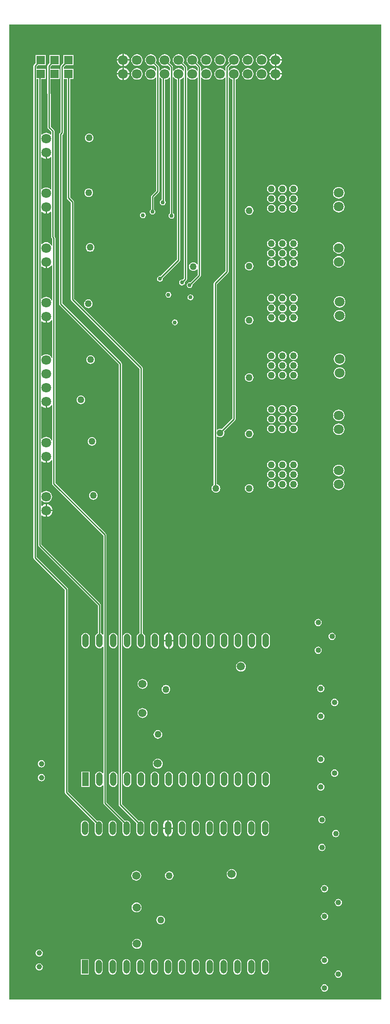
<source format=gbr>
G04 Layer_Physical_Order=3*
G04 Layer_Color=36540*
%FSLAX26Y26*%
%MOIN*%
%TF.FileFunction,Copper,L3,Inr,Signal*%
%TF.Part,Single*%
G01*
G75*
%TA.AperFunction,Conductor*%
%ADD19C,0.010000*%
%TA.AperFunction,ComponentPad*%
%ADD22C,0.070866*%
%ADD23C,0.059055*%
%ADD24R,0.060000X0.060000*%
%ADD25R,0.047244X0.098425*%
%ADD26O,0.047244X0.098425*%
%ADD27C,0.040000*%
%ADD28C,0.039370*%
%TA.AperFunction,ViaPad*%
%ADD29C,0.050000*%
%ADD30C,0.029528*%
G36*
X2674924Y7058959D02*
X2674925Y23528D01*
X-6492Y23528D01*
X-6492Y7058960D01*
X2674924Y7058959D01*
D02*
G37*
%LPC*%
G36*
X1123504Y2293574D02*
X1115436Y2292512D01*
X1107918Y2289398D01*
X1101462Y2284444D01*
X1096508Y2277988D01*
X1093394Y2270470D01*
X1092332Y2262402D01*
X1093394Y2254334D01*
X1096508Y2246816D01*
X1101462Y2240360D01*
X1107918Y2235406D01*
X1115436Y2232292D01*
X1123504Y2231229D01*
X1131572Y2232292D01*
X1139090Y2235406D01*
X1145546Y2240360D01*
X1150500Y2246816D01*
X1153614Y2254334D01*
X1154676Y2262402D01*
X1153614Y2270470D01*
X1150500Y2277988D01*
X1145546Y2284444D01*
X1139090Y2289398D01*
X1131572Y2292512D01*
X1123504Y2293574D01*
D02*
G37*
G36*
X2240504Y2293530D02*
X2233741Y2292640D01*
X2227439Y2290029D01*
X2222028Y2285877D01*
X2217876Y2280465D01*
X2215265Y2274164D01*
X2214375Y2267401D01*
X2215265Y2260638D01*
X2217876Y2254336D01*
X2222028Y2248925D01*
X2227439Y2244773D01*
X2233741Y2242162D01*
X2240504Y2241272D01*
X2247267Y2242162D01*
X2253568Y2244773D01*
X2258980Y2248925D01*
X2263132Y2254336D01*
X2265743Y2260638D01*
X2266633Y2267401D01*
X2265743Y2274164D01*
X2263132Y2280465D01*
X2258980Y2285877D01*
X2253568Y2290029D01*
X2247267Y2292640D01*
X2240504Y2293530D01*
D02*
G37*
G36*
X954504Y2337140D02*
X945254Y2335923D01*
X936635Y2332352D01*
X929233Y2326673D01*
X923553Y2319271D01*
X919983Y2310651D01*
X918765Y2301402D01*
X919983Y2292152D01*
X923553Y2283532D01*
X929233Y2276131D01*
X936635Y2270451D01*
X945254Y2266881D01*
X954504Y2265663D01*
X963754Y2266881D01*
X972373Y2270451D01*
X979775Y2276131D01*
X985455Y2283532D01*
X989025Y2292152D01*
X990243Y2301402D01*
X989025Y2310651D01*
X985455Y2319271D01*
X979775Y2326673D01*
X972373Y2332352D01*
X963754Y2335923D01*
X954504Y2337140D01*
D02*
G37*
G36*
X2240504Y2093530D02*
X2233741Y2092640D01*
X2227439Y2090029D01*
X2222028Y2085877D01*
X2217876Y2080465D01*
X2215265Y2074164D01*
X2214375Y2067401D01*
X2215265Y2060638D01*
X2217876Y2054336D01*
X2222028Y2048925D01*
X2227439Y2044773D01*
X2233741Y2042162D01*
X2240504Y2041272D01*
X2247267Y2042162D01*
X2253568Y2044773D01*
X2258980Y2048925D01*
X2263132Y2054336D01*
X2265743Y2060638D01*
X2266633Y2067401D01*
X2265743Y2074164D01*
X2263132Y2080465D01*
X2258980Y2085877D01*
X2253568Y2090029D01*
X2247267Y2092640D01*
X2240504Y2093530D01*
D02*
G37*
G36*
X954504Y2127140D02*
X945254Y2125923D01*
X936635Y2122352D01*
X929233Y2116673D01*
X923553Y2109271D01*
X919983Y2100651D01*
X918765Y2091402D01*
X919983Y2082152D01*
X923553Y2073532D01*
X929233Y2066131D01*
X936635Y2060451D01*
X945254Y2056881D01*
X954504Y2055663D01*
X963754Y2056881D01*
X972373Y2060451D01*
X979775Y2066131D01*
X985455Y2073532D01*
X989025Y2082152D01*
X990243Y2091402D01*
X989025Y2100651D01*
X985455Y2109271D01*
X979775Y2116673D01*
X972373Y2122352D01*
X963754Y2125923D01*
X954504Y2127140D01*
D02*
G37*
G36*
X2340504Y2193530D02*
X2333741Y2192640D01*
X2327439Y2190029D01*
X2322028Y2185877D01*
X2317876Y2180465D01*
X2315265Y2174164D01*
X2314375Y2167401D01*
X2315265Y2160638D01*
X2317876Y2154336D01*
X2322028Y2148925D01*
X2327439Y2144773D01*
X2333741Y2142162D01*
X2340504Y2141272D01*
X2347267Y2142162D01*
X2353568Y2144773D01*
X2358980Y2148925D01*
X2363132Y2154336D01*
X2365743Y2160638D01*
X2366633Y2167401D01*
X2365743Y2174164D01*
X2363132Y2180465D01*
X2358980Y2185877D01*
X2353568Y2190029D01*
X2347267Y2192640D01*
X2340504Y2193530D01*
D02*
G37*
G36*
X1664504Y2462140D02*
X1655254Y2460923D01*
X1646634Y2457352D01*
X1639233Y2451673D01*
X1633553Y2444271D01*
X1629983Y2435651D01*
X1628765Y2426402D01*
X1629983Y2417152D01*
X1633553Y2408532D01*
X1639233Y2401131D01*
X1646634Y2395451D01*
X1655254Y2391881D01*
X1664504Y2390663D01*
X1673754Y2391881D01*
X1682373Y2395451D01*
X1689775Y2401131D01*
X1695455Y2408532D01*
X1699025Y2417152D01*
X1700243Y2426402D01*
X1699025Y2435651D01*
X1695455Y2444271D01*
X1689775Y2451673D01*
X1682373Y2457352D01*
X1673754Y2460923D01*
X1664504Y2462140D01*
D02*
G37*
G36*
X543246Y2668927D02*
X535538Y2667912D01*
X528355Y2664936D01*
X522187Y2660204D01*
X517454Y2654035D01*
X514478Y2646852D01*
X513464Y2639144D01*
Y2587963D01*
X514478Y2580255D01*
X517454Y2573072D01*
X522187Y2566904D01*
X528355Y2562171D01*
X535538Y2559195D01*
X543246Y2558181D01*
X550954Y2559195D01*
X558137Y2562171D01*
X564305Y2566904D01*
X569038Y2573072D01*
X572013Y2580255D01*
X573028Y2587963D01*
Y2639144D01*
X572013Y2646852D01*
X569038Y2654035D01*
X564305Y2660204D01*
X558137Y2664936D01*
X550954Y2667912D01*
X543246Y2668927D01*
D02*
G37*
G36*
X743246D02*
X735538Y2667912D01*
X728355Y2664936D01*
X722187Y2660204D01*
X717454Y2654035D01*
X714478Y2646852D01*
X713464Y2639144D01*
Y2587963D01*
X714478Y2580255D01*
X717454Y2573072D01*
X722187Y2566904D01*
X728355Y2562171D01*
X735538Y2559195D01*
X743246Y2558181D01*
X750954Y2559195D01*
X758137Y2562171D01*
X764305Y2566904D01*
X769038Y2573072D01*
X772013Y2580255D01*
X773028Y2587963D01*
Y2639144D01*
X772013Y2646852D01*
X769038Y2654035D01*
X764305Y2660204D01*
X758137Y2664936D01*
X750954Y2667912D01*
X743246Y2668927D01*
D02*
G37*
G36*
X843246D02*
X835538Y2667912D01*
X828355Y2664936D01*
X822187Y2660204D01*
X817454Y2654035D01*
X814478Y2646852D01*
X813464Y2639144D01*
Y2587963D01*
X814478Y2580255D01*
X817454Y2573072D01*
X822187Y2566904D01*
X828355Y2562171D01*
X835538Y2559195D01*
X843246Y2558181D01*
X850954Y2559195D01*
X858137Y2562171D01*
X864305Y2566904D01*
X869038Y2573072D01*
X872013Y2580255D01*
X873028Y2587963D01*
Y2639144D01*
X872013Y2646852D01*
X869038Y2654035D01*
X864305Y2660204D01*
X858137Y2664936D01*
X850954Y2667912D01*
X843246Y2668927D01*
D02*
G37*
G36*
X2221505Y2569530D02*
X2214742Y2568640D01*
X2208440Y2566029D01*
X2203029Y2561877D01*
X2198876Y2556465D01*
X2196266Y2550164D01*
X2195376Y2543401D01*
X2196266Y2536638D01*
X2198876Y2530336D01*
X2203029Y2524925D01*
X2208440Y2520773D01*
X2214742Y2518162D01*
X2221505Y2517272D01*
X2228267Y2518162D01*
X2234569Y2520773D01*
X2239981Y2524925D01*
X2244133Y2530336D01*
X2246743Y2536638D01*
X2247634Y2543401D01*
X2246743Y2550164D01*
X2244133Y2556465D01*
X2239981Y2561877D01*
X2234569Y2566029D01*
X2228267Y2568640D01*
X2221505Y2569530D01*
D02*
G37*
G36*
X1138246Y2608554D02*
X1109334D01*
Y2587963D01*
X1110489Y2579186D01*
X1113877Y2571007D01*
X1119266Y2563983D01*
X1126290Y2558594D01*
X1134469Y2555206D01*
X1138246Y2554709D01*
Y2608554D01*
D02*
G37*
G36*
X1177158D02*
X1148246D01*
Y2554709D01*
X1152023Y2555206D01*
X1160202Y2558594D01*
X1167225Y2563983D01*
X1172615Y2571007D01*
X1176003Y2579186D01*
X1177158Y2587963D01*
Y2608554D01*
D02*
G37*
G36*
X1643246Y1668927D02*
X1635538Y1667912D01*
X1628355Y1664936D01*
X1622187Y1660204D01*
X1617454Y1654035D01*
X1614478Y1646852D01*
X1613464Y1639144D01*
Y1587963D01*
X1614478Y1580255D01*
X1617454Y1573072D01*
X1622187Y1566904D01*
X1628355Y1562171D01*
X1635538Y1559196D01*
X1643246Y1558181D01*
X1650954Y1559196D01*
X1658137Y1562171D01*
X1664305Y1566904D01*
X1669038Y1573072D01*
X1672013Y1580255D01*
X1673028Y1587963D01*
Y1639144D01*
X1672013Y1646852D01*
X1669038Y1654035D01*
X1664305Y1660204D01*
X1658137Y1664936D01*
X1650954Y1667912D01*
X1643246Y1668927D01*
D02*
G37*
G36*
X1743246D02*
X1735538Y1667912D01*
X1728355Y1664936D01*
X1722187Y1660204D01*
X1717454Y1654035D01*
X1714478Y1646852D01*
X1713464Y1639144D01*
Y1587963D01*
X1714478Y1580255D01*
X1717454Y1573072D01*
X1722187Y1566904D01*
X1728355Y1562171D01*
X1735538Y1559196D01*
X1743246Y1558181D01*
X1750954Y1559196D01*
X1758137Y1562171D01*
X1764305Y1566904D01*
X1769038Y1573072D01*
X1772013Y1580255D01*
X1773028Y1587963D01*
Y1639144D01*
X1772013Y1646852D01*
X1769038Y1654035D01*
X1764305Y1660204D01*
X1758137Y1664936D01*
X1750954Y1667912D01*
X1743246Y1668927D01*
D02*
G37*
G36*
X1843246D02*
X1835538Y1667912D01*
X1828355Y1664936D01*
X1822187Y1660204D01*
X1817454Y1654035D01*
X1814478Y1646852D01*
X1813464Y1639144D01*
Y1587963D01*
X1814478Y1580255D01*
X1817454Y1573072D01*
X1822187Y1566904D01*
X1828355Y1562171D01*
X1835538Y1559196D01*
X1843246Y1558181D01*
X1850954Y1559196D01*
X1858137Y1562171D01*
X1864305Y1566904D01*
X1869038Y1573072D01*
X1872013Y1580255D01*
X1873028Y1587963D01*
Y1639144D01*
X1872013Y1646852D01*
X1869038Y1654035D01*
X1864305Y1660204D01*
X1858137Y1664936D01*
X1850954Y1667912D01*
X1843246Y1668927D01*
D02*
G37*
G36*
X1343246D02*
X1335538Y1667912D01*
X1328355Y1664936D01*
X1322187Y1660204D01*
X1317454Y1654035D01*
X1314478Y1646852D01*
X1313464Y1639144D01*
Y1587963D01*
X1314478Y1580255D01*
X1317454Y1573072D01*
X1322187Y1566904D01*
X1328355Y1562171D01*
X1335538Y1559196D01*
X1343246Y1558181D01*
X1350954Y1559196D01*
X1358137Y1562171D01*
X1364305Y1566904D01*
X1369038Y1573072D01*
X1372013Y1580255D01*
X1373028Y1587963D01*
Y1639144D01*
X1372013Y1646852D01*
X1369038Y1654035D01*
X1364305Y1660204D01*
X1358137Y1664936D01*
X1350954Y1667912D01*
X1343246Y1668927D01*
D02*
G37*
G36*
X1443246D02*
X1435538Y1667912D01*
X1428355Y1664936D01*
X1422187Y1660204D01*
X1417454Y1654035D01*
X1414478Y1646852D01*
X1413464Y1639144D01*
Y1587963D01*
X1414478Y1580255D01*
X1417454Y1573072D01*
X1422187Y1566904D01*
X1428355Y1562171D01*
X1435538Y1559196D01*
X1443246Y1558181D01*
X1450954Y1559196D01*
X1458137Y1562171D01*
X1464305Y1566904D01*
X1469038Y1573072D01*
X1472013Y1580255D01*
X1473028Y1587963D01*
Y1639144D01*
X1472013Y1646852D01*
X1469038Y1654035D01*
X1464305Y1660204D01*
X1458137Y1664936D01*
X1450954Y1667912D01*
X1443246Y1668927D01*
D02*
G37*
G36*
X1543246D02*
X1535538Y1667912D01*
X1528355Y1664936D01*
X1522187Y1660204D01*
X1517454Y1654035D01*
X1514478Y1646852D01*
X1513464Y1639144D01*
Y1587963D01*
X1514478Y1580255D01*
X1517454Y1573072D01*
X1522187Y1566904D01*
X1528355Y1562171D01*
X1535538Y1559196D01*
X1543246Y1558181D01*
X1550954Y1559196D01*
X1558137Y1562171D01*
X1564305Y1566904D01*
X1569038Y1573072D01*
X1572013Y1580255D01*
X1573028Y1587963D01*
Y1639144D01*
X1572013Y1646852D01*
X1569038Y1654035D01*
X1564305Y1660204D01*
X1558137Y1664936D01*
X1550954Y1667912D01*
X1543246Y1668927D01*
D02*
G37*
G36*
X572773Y1668672D02*
X513718D01*
Y1558436D01*
X572773D01*
Y1668672D01*
D02*
G37*
G36*
X225504Y1750213D02*
X218823Y1749333D01*
X212598Y1746755D01*
X207253Y1742653D01*
X203151Y1737307D01*
X200572Y1731082D01*
X199693Y1724402D01*
X200572Y1717721D01*
X203151Y1711496D01*
X207253Y1706150D01*
X212598Y1702048D01*
X218823Y1699470D01*
X225504Y1698590D01*
X232184Y1699470D01*
X238410Y1702048D01*
X243755Y1706150D01*
X247857Y1711496D01*
X250436Y1717721D01*
X251315Y1724402D01*
X250436Y1731082D01*
X247857Y1737307D01*
X243755Y1742653D01*
X238410Y1746755D01*
X232184Y1749333D01*
X225504Y1750213D01*
D02*
G37*
G36*
X2240504Y1783531D02*
X2233741Y1782640D01*
X2227439Y1780030D01*
X2222028Y1775878D01*
X2217876Y1770466D01*
X2215265Y1764164D01*
X2214375Y1757402D01*
X2215265Y1750639D01*
X2217876Y1744337D01*
X2222028Y1738926D01*
X2227439Y1734773D01*
X2233741Y1732163D01*
X2240504Y1731273D01*
X2247267Y1732163D01*
X2253568Y1734773D01*
X2258980Y1738926D01*
X2263132Y1744337D01*
X2265743Y1750639D01*
X2266633Y1757402D01*
X2265743Y1764164D01*
X2263132Y1770466D01*
X2258980Y1775878D01*
X2253568Y1780030D01*
X2247267Y1782640D01*
X2240504Y1783531D01*
D02*
G37*
G36*
X1065504Y1967574D02*
X1057436Y1966512D01*
X1049918Y1963398D01*
X1043462Y1958444D01*
X1038508Y1951988D01*
X1035394Y1944470D01*
X1034332Y1936402D01*
X1035394Y1928334D01*
X1038508Y1920815D01*
X1043462Y1914360D01*
X1049918Y1909406D01*
X1057436Y1906292D01*
X1065504Y1905229D01*
X1073572Y1906292D01*
X1081090Y1909406D01*
X1087546Y1914360D01*
X1092500Y1920815D01*
X1095614Y1928334D01*
X1096676Y1936402D01*
X1095614Y1944470D01*
X1092500Y1951988D01*
X1087546Y1958444D01*
X1081090Y1963398D01*
X1073572Y1966512D01*
X1065504Y1967574D01*
D02*
G37*
G36*
X225504Y1650213D02*
X218823Y1649333D01*
X212598Y1646755D01*
X207253Y1642653D01*
X203151Y1637307D01*
X200572Y1631082D01*
X199693Y1624402D01*
X200572Y1617721D01*
X203151Y1611496D01*
X207253Y1606150D01*
X212598Y1602048D01*
X218823Y1599470D01*
X225504Y1598590D01*
X232184Y1599470D01*
X238410Y1602048D01*
X243755Y1606150D01*
X247857Y1611496D01*
X250436Y1617721D01*
X251315Y1624402D01*
X250436Y1631082D01*
X247857Y1637307D01*
X243755Y1642653D01*
X238410Y1646755D01*
X232184Y1649333D01*
X225504Y1650213D01*
D02*
G37*
G36*
X2340504Y1683531D02*
X2333741Y1682640D01*
X2327439Y1680030D01*
X2322028Y1675878D01*
X2317876Y1670466D01*
X2315265Y1664164D01*
X2314375Y1657402D01*
X2315265Y1650639D01*
X2317876Y1644337D01*
X2322028Y1638926D01*
X2327439Y1634773D01*
X2333741Y1632163D01*
X2340504Y1631273D01*
X2347267Y1632163D01*
X2353568Y1634773D01*
X2358980Y1638926D01*
X2363132Y1644337D01*
X2365743Y1650639D01*
X2366633Y1657402D01*
X2365743Y1664164D01*
X2363132Y1670466D01*
X2358980Y1675878D01*
X2353568Y1680030D01*
X2347267Y1682640D01*
X2340504Y1683531D01*
D02*
G37*
G36*
X1064504Y1762140D02*
X1055254Y1760922D01*
X1046634Y1757352D01*
X1039233Y1751673D01*
X1033553Y1744271D01*
X1029983Y1735651D01*
X1028765Y1726402D01*
X1029983Y1717152D01*
X1033553Y1708532D01*
X1039233Y1701130D01*
X1046634Y1695451D01*
X1055254Y1691881D01*
X1064504Y1690663D01*
X1073754Y1691881D01*
X1082373Y1695451D01*
X1089775Y1701130D01*
X1095455Y1708532D01*
X1099025Y1717152D01*
X1100243Y1726402D01*
X1099025Y1735651D01*
X1095455Y1744271D01*
X1089775Y1751673D01*
X1082373Y1757352D01*
X1073754Y1760922D01*
X1064504Y1762140D01*
D02*
G37*
G36*
X1884504Y3772574D02*
X1876436Y3771512D01*
X1868918Y3768398D01*
X1862462Y3763444D01*
X1857508Y3756988D01*
X1854394Y3749470D01*
X1853332Y3741402D01*
X1854394Y3733334D01*
X1857508Y3725816D01*
X1862462Y3719360D01*
X1868918Y3714406D01*
X1876436Y3711292D01*
X1884504Y3710229D01*
X1892572Y3711292D01*
X1900090Y3714406D01*
X1906546Y3719360D01*
X1911500Y3725816D01*
X1914614Y3733334D01*
X1915676Y3741402D01*
X1914614Y3749470D01*
X1911500Y3756988D01*
X1906546Y3763444D01*
X1900090Y3768398D01*
X1892572Y3771512D01*
X1884504Y3772574D01*
D02*
G37*
G36*
X1964504D02*
X1956436Y3771512D01*
X1948918Y3768398D01*
X1942462Y3763444D01*
X1937508Y3756988D01*
X1934394Y3749470D01*
X1933332Y3741402D01*
X1934394Y3733334D01*
X1937508Y3725816D01*
X1942462Y3719360D01*
X1948918Y3714406D01*
X1956436Y3711292D01*
X1964504Y3710229D01*
X1972572Y3711292D01*
X1980090Y3714406D01*
X1986546Y3719360D01*
X1991500Y3725816D01*
X1994614Y3733334D01*
X1995676Y3741402D01*
X1994614Y3749470D01*
X1991500Y3756988D01*
X1986546Y3763444D01*
X1980090Y3768398D01*
X1972572Y3771512D01*
X1964504Y3772574D01*
D02*
G37*
G36*
X2044504D02*
X2036436Y3771512D01*
X2028918Y3768398D01*
X2022462Y3763444D01*
X2017508Y3756988D01*
X2014394Y3749470D01*
X2013332Y3741402D01*
X2014394Y3733334D01*
X2017508Y3725816D01*
X2022462Y3719360D01*
X2028918Y3714406D01*
X2036436Y3711292D01*
X2044504Y3710229D01*
X2052572Y3711292D01*
X2060090Y3714406D01*
X2066546Y3719360D01*
X2071500Y3725816D01*
X2074614Y3733334D01*
X2075676Y3741402D01*
X2074614Y3749470D01*
X2071500Y3756988D01*
X2066546Y3763444D01*
X2060090Y3768398D01*
X2052572Y3771512D01*
X2044504Y3772574D01*
D02*
G37*
G36*
X600000Y3691172D02*
X591932Y3690110D01*
X584414Y3686996D01*
X577958Y3682042D01*
X573004Y3675586D01*
X569890Y3668068D01*
X568828Y3660000D01*
X569890Y3651932D01*
X573004Y3644414D01*
X577958Y3637958D01*
X584414Y3633004D01*
X591932Y3629890D01*
X600000Y3628828D01*
X608068Y3629890D01*
X615586Y3633004D01*
X622042Y3637958D01*
X626996Y3644414D01*
X630110Y3651932D01*
X631172Y3660000D01*
X630110Y3668068D01*
X626996Y3675586D01*
X622042Y3682042D01*
X615586Y3686996D01*
X608068Y3690110D01*
X600000Y3691172D01*
D02*
G37*
G36*
X1724504Y3742574D02*
X1716436Y3741512D01*
X1708918Y3738398D01*
X1702462Y3733444D01*
X1697508Y3726988D01*
X1694394Y3719470D01*
X1693332Y3711402D01*
X1694394Y3703334D01*
X1697508Y3695816D01*
X1702462Y3689360D01*
X1708918Y3684406D01*
X1716436Y3681292D01*
X1724504Y3680229D01*
X1732572Y3681292D01*
X1740090Y3684406D01*
X1746546Y3689360D01*
X1751500Y3695816D01*
X1754614Y3703334D01*
X1755676Y3711402D01*
X1754614Y3719470D01*
X1751500Y3726988D01*
X1746546Y3733444D01*
X1740090Y3738398D01*
X1732572Y3741512D01*
X1724504Y3742574D01*
D02*
G37*
G36*
X2370018Y3782139D02*
X2359226Y3780718D01*
X2349170Y3776553D01*
X2340535Y3769927D01*
X2333909Y3761291D01*
X2329743Y3751235D01*
X2328323Y3740444D01*
X2329743Y3729652D01*
X2333909Y3719596D01*
X2340535Y3710961D01*
X2349170Y3704334D01*
X2359226Y3700169D01*
X2370018Y3698748D01*
X2380809Y3700169D01*
X2390865Y3704334D01*
X2399501Y3710961D01*
X2406127Y3719596D01*
X2410292Y3729652D01*
X2411713Y3740444D01*
X2410292Y3751235D01*
X2406127Y3761291D01*
X2399501Y3769927D01*
X2390865Y3776553D01*
X2380809Y3780718D01*
X2370018Y3782139D01*
D02*
G37*
G36*
X1884504Y3842574D02*
X1876436Y3841512D01*
X1868918Y3838398D01*
X1862462Y3833444D01*
X1857508Y3826988D01*
X1854394Y3819470D01*
X1853332Y3811402D01*
X1854394Y3803334D01*
X1857508Y3795816D01*
X1862462Y3789360D01*
X1868918Y3784406D01*
X1876436Y3781292D01*
X1884504Y3780229D01*
X1892572Y3781292D01*
X1900090Y3784406D01*
X1906546Y3789360D01*
X1911500Y3795816D01*
X1914614Y3803334D01*
X1915676Y3811402D01*
X1914614Y3819470D01*
X1911500Y3826988D01*
X1906546Y3833444D01*
X1900090Y3838398D01*
X1892572Y3841512D01*
X1884504Y3842574D01*
D02*
G37*
G36*
Y3912574D02*
X1876436Y3911512D01*
X1868918Y3908398D01*
X1862462Y3903444D01*
X1857508Y3896988D01*
X1854394Y3889470D01*
X1853332Y3881402D01*
X1854394Y3873334D01*
X1857508Y3865816D01*
X1862462Y3859360D01*
X1868918Y3854406D01*
X1876436Y3851292D01*
X1884504Y3850229D01*
X1892572Y3851292D01*
X1900090Y3854406D01*
X1906546Y3859360D01*
X1911500Y3865816D01*
X1914614Y3873334D01*
X1915676Y3881402D01*
X1914614Y3889470D01*
X1911500Y3896988D01*
X1906546Y3903444D01*
X1900090Y3908398D01*
X1892572Y3911512D01*
X1884504Y3912574D01*
D02*
G37*
G36*
X1964504D02*
X1956436Y3911512D01*
X1948918Y3908398D01*
X1942462Y3903444D01*
X1937508Y3896988D01*
X1934394Y3889470D01*
X1933332Y3881402D01*
X1934394Y3873334D01*
X1937508Y3865816D01*
X1942462Y3859360D01*
X1948918Y3854406D01*
X1956436Y3851292D01*
X1964504Y3850229D01*
X1972572Y3851292D01*
X1980090Y3854406D01*
X1986546Y3859360D01*
X1991500Y3865816D01*
X1994614Y3873334D01*
X1995676Y3881402D01*
X1994614Y3889470D01*
X1991500Y3896988D01*
X1986546Y3903444D01*
X1980090Y3908398D01*
X1972572Y3911512D01*
X1964504Y3912574D01*
D02*
G37*
G36*
X2044504D02*
X2036436Y3911512D01*
X2028918Y3908398D01*
X2022462Y3903444D01*
X2017508Y3896988D01*
X2014394Y3889470D01*
X2013332Y3881402D01*
X2014394Y3873334D01*
X2017508Y3865816D01*
X2022462Y3859360D01*
X2028918Y3854406D01*
X2036436Y3851292D01*
X2044504Y3850229D01*
X2052572Y3851292D01*
X2060090Y3854406D01*
X2066546Y3859360D01*
X2071500Y3865816D01*
X2074614Y3873334D01*
X2075676Y3881402D01*
X2074614Y3889470D01*
X2071500Y3896988D01*
X2066546Y3903444D01*
X2060090Y3908398D01*
X2052572Y3911512D01*
X2044504Y3912574D01*
D02*
G37*
G36*
X1964504Y3842574D02*
X1956436Y3841512D01*
X1948918Y3838398D01*
X1942462Y3833444D01*
X1937508Y3826988D01*
X1934394Y3819470D01*
X1933332Y3811402D01*
X1934394Y3803334D01*
X1937508Y3795816D01*
X1942462Y3789360D01*
X1948918Y3784406D01*
X1956436Y3781292D01*
X1964504Y3780229D01*
X1972572Y3781292D01*
X1980090Y3784406D01*
X1986546Y3789360D01*
X1991500Y3795816D01*
X1994614Y3803334D01*
X1995676Y3811402D01*
X1994614Y3819470D01*
X1991500Y3826988D01*
X1986546Y3833444D01*
X1980090Y3838398D01*
X1972572Y3841512D01*
X1964504Y3842574D01*
D02*
G37*
G36*
X2044504D02*
X2036436Y3841512D01*
X2028918Y3838398D01*
X2022462Y3833444D01*
X2017508Y3826988D01*
X2014394Y3819470D01*
X2013332Y3811402D01*
X2014394Y3803334D01*
X2017508Y3795816D01*
X2022462Y3789360D01*
X2028918Y3784406D01*
X2036436Y3781292D01*
X2044504Y3780229D01*
X2052572Y3781292D01*
X2060090Y3784406D01*
X2066546Y3789360D01*
X2071500Y3795816D01*
X2074614Y3803334D01*
X2075676Y3811402D01*
X2074614Y3819470D01*
X2071500Y3826988D01*
X2066546Y3833444D01*
X2060090Y3838398D01*
X2052572Y3841512D01*
X2044504Y3842574D01*
D02*
G37*
G36*
X2370018Y3882139D02*
X2359226Y3880718D01*
X2349170Y3876553D01*
X2340535Y3869927D01*
X2333909Y3861291D01*
X2329743Y3851235D01*
X2328323Y3840444D01*
X2329743Y3829652D01*
X2333909Y3819596D01*
X2340535Y3810961D01*
X2349170Y3804334D01*
X2359226Y3800169D01*
X2370018Y3798748D01*
X2380809Y3800169D01*
X2390865Y3804334D01*
X2399501Y3810961D01*
X2406127Y3819596D01*
X2410292Y3829652D01*
X2411713Y3840444D01*
X2410292Y3851235D01*
X2406127Y3861291D01*
X2399501Y3869927D01*
X2390865Y3876553D01*
X2380809Y3880718D01*
X2370018Y3882139D01*
D02*
G37*
G36*
X1343246Y2668927D02*
X1335538Y2667912D01*
X1328355Y2664936D01*
X1322187Y2660204D01*
X1317454Y2654035D01*
X1314478Y2646852D01*
X1313464Y2639144D01*
Y2587963D01*
X1314478Y2580255D01*
X1317454Y2573072D01*
X1322187Y2566904D01*
X1328355Y2562171D01*
X1335538Y2559195D01*
X1343246Y2558181D01*
X1350954Y2559195D01*
X1358137Y2562171D01*
X1364305Y2566904D01*
X1369038Y2573072D01*
X1372013Y2580255D01*
X1373028Y2587963D01*
Y2639144D01*
X1372013Y2646852D01*
X1369038Y2654035D01*
X1364305Y2660204D01*
X1358137Y2664936D01*
X1350954Y2667912D01*
X1343246Y2668927D01*
D02*
G37*
G36*
X1443246D02*
X1435538Y2667912D01*
X1428355Y2664936D01*
X1422187Y2660204D01*
X1417454Y2654035D01*
X1414478Y2646852D01*
X1413464Y2639144D01*
Y2587963D01*
X1414478Y2580255D01*
X1417454Y2573072D01*
X1422187Y2566904D01*
X1428355Y2562171D01*
X1435538Y2559195D01*
X1443246Y2558181D01*
X1450954Y2559195D01*
X1458137Y2562171D01*
X1464305Y2566904D01*
X1469038Y2573072D01*
X1472013Y2580255D01*
X1473028Y2587963D01*
Y2639144D01*
X1472013Y2646852D01*
X1469038Y2654035D01*
X1464305Y2660204D01*
X1458137Y2664936D01*
X1450954Y2667912D01*
X1443246Y2668927D01*
D02*
G37*
G36*
X1543246D02*
X1535538Y2667912D01*
X1528355Y2664936D01*
X1522187Y2660204D01*
X1517454Y2654035D01*
X1514478Y2646852D01*
X1513464Y2639144D01*
Y2587963D01*
X1514478Y2580255D01*
X1517454Y2573072D01*
X1522187Y2566904D01*
X1528355Y2562171D01*
X1535538Y2559195D01*
X1543246Y2558181D01*
X1550954Y2559195D01*
X1558137Y2562171D01*
X1564305Y2566904D01*
X1569038Y2573072D01*
X1572013Y2580255D01*
X1573028Y2587963D01*
Y2639144D01*
X1572013Y2646852D01*
X1569038Y2654035D01*
X1564305Y2660204D01*
X1558137Y2664936D01*
X1550954Y2667912D01*
X1543246Y2668927D01*
D02*
G37*
G36*
X456317Y6836073D02*
X384506D01*
Y6779987D01*
X366641Y6762122D01*
X364231Y6758515D01*
X363385Y6754260D01*
X363385Y6754259D01*
Y6281585D01*
X356641Y6274842D01*
X354231Y6271235D01*
X353385Y6266980D01*
X353385Y6266979D01*
Y5041402D01*
X353385Y5041402D01*
X354231Y5037146D01*
X356641Y5033539D01*
X783385Y4606796D01*
Y1429619D01*
X783385Y1429618D01*
X784231Y1425363D01*
X786641Y1421756D01*
X911119Y1297278D01*
X909556Y1293506D01*
X908542Y1285798D01*
Y1234617D01*
X909556Y1226909D01*
X912532Y1219726D01*
X917265Y1213558D01*
X923433Y1208825D01*
X930616Y1205850D01*
X938324Y1204835D01*
X946032Y1205850D01*
X953215Y1208825D01*
X959383Y1213558D01*
X964116Y1219726D01*
X967091Y1226909D01*
X968106Y1234617D01*
Y1285798D01*
X967091Y1293506D01*
X964116Y1300689D01*
X959383Y1306858D01*
X953215Y1311590D01*
X946032Y1314566D01*
X938324Y1315581D01*
X930616Y1314566D01*
X926844Y1313003D01*
X805623Y1434224D01*
Y4611402D01*
X804777Y4615657D01*
X802366Y4619264D01*
X802366Y4619264D01*
X375623Y5046007D01*
Y6262374D01*
X382366Y6269117D01*
X382366Y6269117D01*
X384777Y6272724D01*
X385623Y6276980D01*
Y6664262D01*
X409293D01*
Y5806072D01*
X409293Y5806072D01*
X410139Y5801816D01*
X412549Y5798209D01*
X437953Y5772806D01*
Y5074412D01*
X437953Y5074412D01*
X438799Y5070156D01*
X441209Y5066549D01*
X932953Y4574806D01*
Y2666841D01*
X928355Y2664936D01*
X922187Y2660204D01*
X917454Y2654035D01*
X914478Y2646852D01*
X913464Y2639144D01*
Y2587963D01*
X914478Y2580255D01*
X917454Y2573072D01*
X922187Y2566904D01*
X928355Y2562171D01*
X935538Y2559195D01*
X943246Y2558181D01*
X950954Y2559195D01*
X958137Y2562171D01*
X964305Y2566904D01*
X969038Y2573072D01*
X972013Y2580255D01*
X973028Y2587963D01*
Y2639144D01*
X972013Y2646852D01*
X969038Y2654035D01*
X964305Y2660204D01*
X958137Y2664936D01*
X955191Y2666157D01*
Y4579412D01*
X954345Y4583667D01*
X951934Y4587274D01*
X460191Y5079017D01*
Y5777411D01*
X460191Y5777412D01*
X459345Y5781667D01*
X456934Y5785274D01*
X456934Y5785274D01*
X431531Y5810677D01*
Y6664262D01*
X456317D01*
Y6736073D01*
X385623D01*
Y6749654D01*
X400231Y6764262D01*
X456317D01*
Y6836073D01*
D02*
G37*
G36*
X1043246Y2668927D02*
X1035538Y2667912D01*
X1028355Y2664936D01*
X1022187Y2660204D01*
X1017454Y2654035D01*
X1014478Y2646852D01*
X1013464Y2639144D01*
Y2587963D01*
X1014478Y2580255D01*
X1017454Y2573072D01*
X1022187Y2566904D01*
X1028355Y2562171D01*
X1035538Y2559195D01*
X1043246Y2558181D01*
X1050954Y2559195D01*
X1058137Y2562171D01*
X1064305Y2566904D01*
X1069038Y2573072D01*
X1072013Y2580255D01*
X1073028Y2587963D01*
Y2639144D01*
X1072013Y2646852D01*
X1069038Y2654035D01*
X1064305Y2660204D01*
X1058137Y2664936D01*
X1050954Y2667912D01*
X1043246Y2668927D01*
D02*
G37*
G36*
X1243246D02*
X1235538Y2667912D01*
X1228355Y2664936D01*
X1222187Y2660204D01*
X1217454Y2654035D01*
X1214478Y2646852D01*
X1213464Y2639144D01*
Y2587963D01*
X1214478Y2580255D01*
X1217454Y2573072D01*
X1222187Y2566904D01*
X1228355Y2562171D01*
X1235538Y2559195D01*
X1243246Y2558181D01*
X1250954Y2559195D01*
X1258137Y2562171D01*
X1264305Y2566904D01*
X1269038Y2573072D01*
X1272013Y2580255D01*
X1273028Y2587963D01*
Y2639144D01*
X1272013Y2646852D01*
X1269038Y2654035D01*
X1264305Y2660204D01*
X1258137Y2664936D01*
X1250954Y2667912D01*
X1243246Y2668927D01*
D02*
G37*
G36*
X1643246D02*
X1635538Y2667912D01*
X1628355Y2664936D01*
X1622187Y2660204D01*
X1617454Y2654035D01*
X1614478Y2646852D01*
X1613464Y2639144D01*
Y2587963D01*
X1614478Y2580255D01*
X1617454Y2573072D01*
X1622187Y2566904D01*
X1628355Y2562171D01*
X1635538Y2559195D01*
X1643246Y2558181D01*
X1650954Y2559195D01*
X1658137Y2562171D01*
X1664305Y2566904D01*
X1669038Y2573072D01*
X1672013Y2580255D01*
X1673028Y2587963D01*
Y2639144D01*
X1672013Y2646852D01*
X1669038Y2654035D01*
X1664305Y2660204D01*
X1658137Y2664936D01*
X1650954Y2667912D01*
X1643246Y2668927D01*
D02*
G37*
G36*
X1138246Y2672398D02*
X1134469Y2671901D01*
X1126290Y2668513D01*
X1119266Y2663124D01*
X1113877Y2656100D01*
X1110489Y2647921D01*
X1109334Y2639144D01*
Y2618554D01*
X1138246D01*
Y2672398D01*
D02*
G37*
G36*
X1148246D02*
Y2618554D01*
X1177158D01*
Y2639144D01*
X1176003Y2647921D01*
X1172615Y2656100D01*
X1167225Y2663124D01*
X1160202Y2668513D01*
X1152023Y2671901D01*
X1148246Y2672398D01*
D02*
G37*
G36*
X2221505Y2769530D02*
X2214742Y2768640D01*
X2208440Y2766029D01*
X2203029Y2761877D01*
X2198876Y2756465D01*
X2196266Y2750164D01*
X2195376Y2743401D01*
X2196266Y2736638D01*
X2198876Y2730336D01*
X2203029Y2724925D01*
X2208440Y2720773D01*
X2214742Y2718162D01*
X2221505Y2717272D01*
X2228267Y2718162D01*
X2234569Y2720773D01*
X2239981Y2724925D01*
X2244133Y2730336D01*
X2246743Y2736638D01*
X2247634Y2743401D01*
X2246743Y2750164D01*
X2244133Y2756465D01*
X2239981Y2761877D01*
X2234569Y2766029D01*
X2228267Y2768640D01*
X2221505Y2769530D01*
D02*
G37*
G36*
X1743246Y2668927D02*
X1735538Y2667912D01*
X1728355Y2664936D01*
X1722187Y2660204D01*
X1717454Y2654035D01*
X1714478Y2646852D01*
X1713464Y2639144D01*
Y2587963D01*
X1714478Y2580255D01*
X1717454Y2573072D01*
X1722187Y2566904D01*
X1728355Y2562171D01*
X1735538Y2559195D01*
X1743246Y2558181D01*
X1750954Y2559195D01*
X1758137Y2562171D01*
X1764305Y2566904D01*
X1769038Y2573072D01*
X1772013Y2580255D01*
X1773028Y2587963D01*
Y2639144D01*
X1772013Y2646852D01*
X1769038Y2654035D01*
X1764305Y2660204D01*
X1758137Y2664936D01*
X1750954Y2667912D01*
X1743246Y2668927D01*
D02*
G37*
G36*
X1843246D02*
X1835538Y2667912D01*
X1828355Y2664936D01*
X1822187Y2660204D01*
X1817454Y2654035D01*
X1814478Y2646852D01*
X1813464Y2639144D01*
Y2587963D01*
X1814478Y2580255D01*
X1817454Y2573072D01*
X1822187Y2566904D01*
X1828355Y2562171D01*
X1835538Y2559195D01*
X1843246Y2558181D01*
X1850954Y2559195D01*
X1858137Y2562171D01*
X1864305Y2566904D01*
X1869038Y2573072D01*
X1872013Y2580255D01*
X1873028Y2587963D01*
Y2639144D01*
X1872013Y2646852D01*
X1869038Y2654035D01*
X1864305Y2660204D01*
X1858137Y2664936D01*
X1850954Y2667912D01*
X1843246Y2668927D01*
D02*
G37*
G36*
X2321505Y2669530D02*
X2314742Y2668640D01*
X2308440Y2666029D01*
X2303029Y2661877D01*
X2298876Y2656465D01*
X2296266Y2650164D01*
X2295376Y2643401D01*
X2296266Y2636638D01*
X2298876Y2630336D01*
X2303029Y2624925D01*
X2308440Y2620773D01*
X2314742Y2618162D01*
X2321505Y2617272D01*
X2328267Y2618162D01*
X2334569Y2620773D01*
X2339981Y2624925D01*
X2344133Y2630336D01*
X2346743Y2636638D01*
X2347634Y2643401D01*
X2346743Y2650164D01*
X2344133Y2656465D01*
X2339981Y2661877D01*
X2334569Y2666029D01*
X2328267Y2668640D01*
X2321505Y2669530D01*
D02*
G37*
G36*
X209504Y285213D02*
X202823Y284333D01*
X196598Y281755D01*
X191253Y277653D01*
X187151Y272307D01*
X184572Y266082D01*
X183693Y259402D01*
X184572Y252721D01*
X187151Y246496D01*
X191253Y241150D01*
X196598Y237048D01*
X202823Y234470D01*
X209504Y233590D01*
X216184Y234470D01*
X222410Y237048D01*
X227755Y241150D01*
X231857Y246496D01*
X234436Y252721D01*
X235315Y259402D01*
X234436Y266082D01*
X231857Y272307D01*
X227755Y277653D01*
X222410Y281755D01*
X216184Y284333D01*
X209504Y285213D01*
D02*
G37*
G36*
X2267504Y333531D02*
X2260741Y332640D01*
X2254439Y330030D01*
X2249028Y325878D01*
X2244876Y320466D01*
X2242265Y314164D01*
X2241375Y307402D01*
X2242265Y300639D01*
X2244876Y294337D01*
X2249028Y288926D01*
X2254439Y284773D01*
X2260741Y282163D01*
X2267504Y281273D01*
X2274267Y282163D01*
X2280568Y284773D01*
X2285980Y288926D01*
X2290132Y294337D01*
X2292743Y300639D01*
X2293633Y307402D01*
X2292743Y314164D01*
X2290132Y320466D01*
X2285980Y325878D01*
X2280568Y330030D01*
X2274267Y332640D01*
X2267504Y333531D01*
D02*
G37*
G36*
X209504Y385213D02*
X202823Y384333D01*
X196598Y381755D01*
X191253Y377653D01*
X187151Y372307D01*
X184572Y366082D01*
X183693Y359402D01*
X184572Y352721D01*
X187151Y346496D01*
X191253Y341150D01*
X196598Y337048D01*
X202823Y334470D01*
X209504Y333590D01*
X216184Y334470D01*
X222410Y337048D01*
X227755Y341150D01*
X231857Y346496D01*
X234436Y352721D01*
X235315Y359402D01*
X234436Y366082D01*
X231857Y372307D01*
X227755Y377653D01*
X222410Y381755D01*
X216184Y384333D01*
X209504Y385213D01*
D02*
G37*
G36*
X1738324Y315580D02*
X1730616Y314566D01*
X1723433Y311590D01*
X1717265Y306858D01*
X1712532Y300689D01*
X1709556Y293506D01*
X1708542Y285798D01*
Y234617D01*
X1709556Y226909D01*
X1712532Y219726D01*
X1717265Y213558D01*
X1723433Y208825D01*
X1730616Y205850D01*
X1738324Y204835D01*
X1746032Y205850D01*
X1753215Y208825D01*
X1759383Y213558D01*
X1764116Y219726D01*
X1767091Y226909D01*
X1768106Y234617D01*
Y285798D01*
X1767091Y293506D01*
X1764116Y300689D01*
X1759383Y306858D01*
X1753215Y311590D01*
X1746032Y314566D01*
X1738324Y315580D01*
D02*
G37*
G36*
X1838324D02*
X1830616Y314566D01*
X1823433Y311590D01*
X1817265Y306858D01*
X1812532Y300689D01*
X1809556Y293506D01*
X1808542Y285798D01*
Y234617D01*
X1809556Y226909D01*
X1812532Y219726D01*
X1817265Y213558D01*
X1823433Y208825D01*
X1830616Y205850D01*
X1838324Y204835D01*
X1846032Y205850D01*
X1853215Y208825D01*
X1859383Y213558D01*
X1864116Y219726D01*
X1867091Y226909D01*
X1868106Y234617D01*
Y285798D01*
X1867091Y293506D01*
X1864116Y300689D01*
X1859383Y306858D01*
X1853215Y311590D01*
X1846032Y314566D01*
X1838324Y315580D01*
D02*
G37*
G36*
X567851Y315326D02*
X508796D01*
Y205089D01*
X567851D01*
Y315326D01*
D02*
G37*
G36*
X914504Y462140D02*
X905254Y460923D01*
X896635Y457352D01*
X889233Y451673D01*
X883553Y444271D01*
X879983Y435651D01*
X878765Y426402D01*
X879983Y417152D01*
X883553Y408532D01*
X889233Y401130D01*
X896635Y395451D01*
X905254Y391881D01*
X914504Y390663D01*
X923754Y391881D01*
X932373Y395451D01*
X939775Y401130D01*
X945455Y408532D01*
X949025Y417152D01*
X950243Y426402D01*
X949025Y435651D01*
X945455Y444271D01*
X939775Y451673D01*
X932373Y457352D01*
X923754Y460923D01*
X914504Y462140D01*
D02*
G37*
G36*
X2367504Y749519D02*
X2360741Y748628D01*
X2354439Y746018D01*
X2349028Y741866D01*
X2344876Y736454D01*
X2342265Y730152D01*
X2341375Y723390D01*
X2342265Y716627D01*
X2344876Y710325D01*
X2349028Y704914D01*
X2354439Y700761D01*
X2360741Y698151D01*
X2367504Y697261D01*
X2374267Y698151D01*
X2380568Y700761D01*
X2385980Y704914D01*
X2390132Y710325D01*
X2392743Y716627D01*
X2393633Y723390D01*
X2392743Y730152D01*
X2390132Y736454D01*
X2385980Y741866D01*
X2380568Y746018D01*
X2374267Y748628D01*
X2367504Y749519D01*
D02*
G37*
G36*
X2267504Y849519D02*
X2260741Y848628D01*
X2254439Y846018D01*
X2249028Y841866D01*
X2244876Y836454D01*
X2242265Y830152D01*
X2241375Y823390D01*
X2242265Y816627D01*
X2244876Y810325D01*
X2249028Y804914D01*
X2254439Y800761D01*
X2260741Y798151D01*
X2267504Y797261D01*
X2274267Y798151D01*
X2280568Y800761D01*
X2285980Y804914D01*
X2290132Y810325D01*
X2292743Y816627D01*
X2293633Y823390D01*
X2292743Y830152D01*
X2290132Y836454D01*
X2285980Y841866D01*
X2280568Y846018D01*
X2274267Y848628D01*
X2267504Y849519D01*
D02*
G37*
G36*
X909504Y953140D02*
X900254Y951923D01*
X891635Y948352D01*
X884233Y942673D01*
X878553Y935271D01*
X874983Y926652D01*
X873765Y917402D01*
X874983Y908152D01*
X878553Y899532D01*
X884233Y892130D01*
X891635Y886451D01*
X900254Y882881D01*
X909504Y881663D01*
X918754Y882881D01*
X927373Y886451D01*
X934775Y892130D01*
X940455Y899532D01*
X944025Y908152D01*
X945243Y917402D01*
X944025Y926652D01*
X940455Y935271D01*
X934775Y942673D01*
X927373Y948352D01*
X918754Y951923D01*
X909504Y953140D01*
D02*
G37*
G36*
X1085504Y628574D02*
X1077436Y627512D01*
X1069918Y624398D01*
X1063462Y619444D01*
X1058508Y612988D01*
X1055394Y605470D01*
X1054332Y597402D01*
X1055394Y589334D01*
X1058508Y581816D01*
X1063462Y575360D01*
X1069918Y570406D01*
X1077436Y567292D01*
X1085504Y566229D01*
X1093572Y567292D01*
X1101090Y570406D01*
X1107546Y575360D01*
X1112500Y581816D01*
X1115614Y589334D01*
X1116676Y597402D01*
X1115614Y605470D01*
X1112500Y612988D01*
X1107546Y619444D01*
X1101090Y624398D01*
X1093572Y627512D01*
X1085504Y628574D01*
D02*
G37*
G36*
X2267504Y649519D02*
X2260741Y648628D01*
X2254439Y646018D01*
X2249028Y641866D01*
X2244876Y636454D01*
X2242265Y630152D01*
X2241375Y623390D01*
X2242265Y616627D01*
X2244876Y610325D01*
X2249028Y604914D01*
X2254439Y600761D01*
X2260741Y598151D01*
X2267504Y597261D01*
X2274267Y598151D01*
X2280568Y600761D01*
X2285980Y604914D01*
X2290132Y610325D01*
X2292743Y616627D01*
X2293633Y623390D01*
X2292743Y630152D01*
X2290132Y636454D01*
X2285980Y641866D01*
X2280568Y646018D01*
X2274267Y648628D01*
X2267504Y649519D01*
D02*
G37*
G36*
X911504Y724140D02*
X902254Y722923D01*
X893635Y719352D01*
X886233Y713673D01*
X880553Y706271D01*
X876983Y697652D01*
X875765Y688402D01*
X876983Y679152D01*
X880553Y670532D01*
X886233Y663130D01*
X893635Y657451D01*
X902254Y653881D01*
X911504Y652663D01*
X920754Y653881D01*
X929373Y657451D01*
X936775Y663130D01*
X942455Y670532D01*
X946025Y679152D01*
X947243Y688402D01*
X946025Y697652D01*
X942455Y706271D01*
X936775Y713673D01*
X929373Y719352D01*
X920754Y722923D01*
X911504Y724140D01*
D02*
G37*
G36*
X738324Y315580D02*
X730616Y314566D01*
X723433Y311590D01*
X717265Y306858D01*
X712532Y300689D01*
X709556Y293506D01*
X708542Y285798D01*
Y234617D01*
X709556Y226909D01*
X712532Y219726D01*
X717265Y213558D01*
X723433Y208825D01*
X730616Y205850D01*
X738324Y204835D01*
X746032Y205850D01*
X753215Y208825D01*
X759383Y213558D01*
X764116Y219726D01*
X767091Y226909D01*
X768106Y234617D01*
Y285798D01*
X767091Y293506D01*
X764116Y300689D01*
X759383Y306858D01*
X753215Y311590D01*
X746032Y314566D01*
X738324Y315580D01*
D02*
G37*
G36*
X838324D02*
X830616Y314566D01*
X823433Y311590D01*
X817265Y306858D01*
X812532Y300689D01*
X809556Y293506D01*
X808542Y285798D01*
Y234617D01*
X809556Y226909D01*
X812532Y219726D01*
X817265Y213558D01*
X823433Y208825D01*
X830616Y205850D01*
X838324Y204835D01*
X846032Y205850D01*
X853215Y208825D01*
X859383Y213558D01*
X864116Y219726D01*
X867091Y226909D01*
X868106Y234617D01*
Y285798D01*
X867091Y293506D01*
X864116Y300689D01*
X859383Y306858D01*
X853215Y311590D01*
X846032Y314566D01*
X838324Y315580D01*
D02*
G37*
G36*
X938324D02*
X930616Y314566D01*
X923433Y311590D01*
X917265Y306858D01*
X912532Y300689D01*
X909556Y293506D01*
X908542Y285798D01*
Y234617D01*
X909556Y226909D01*
X912532Y219726D01*
X917265Y213558D01*
X923433Y208825D01*
X930616Y205850D01*
X938324Y204835D01*
X946032Y205850D01*
X953215Y208825D01*
X959383Y213558D01*
X964116Y219726D01*
X967091Y226909D01*
X968106Y234617D01*
Y285798D01*
X967091Y293506D01*
X964116Y300689D01*
X959383Y306858D01*
X953215Y311590D01*
X946032Y314566D01*
X938324Y315580D01*
D02*
G37*
G36*
X2267504Y133531D02*
X2260741Y132640D01*
X2254439Y130030D01*
X2249028Y125878D01*
X2244876Y120466D01*
X2242265Y114164D01*
X2241375Y107402D01*
X2242265Y100639D01*
X2244876Y94337D01*
X2249028Y88926D01*
X2254439Y84773D01*
X2260741Y82163D01*
X2267504Y81273D01*
X2274267Y82163D01*
X2280568Y84773D01*
X2285980Y88926D01*
X2290132Y94337D01*
X2292743Y100639D01*
X2293633Y107402D01*
X2292743Y114164D01*
X2290132Y120466D01*
X2285980Y125878D01*
X2280568Y130030D01*
X2274267Y132640D01*
X2267504Y133531D01*
D02*
G37*
G36*
X2367504Y233531D02*
X2360741Y232640D01*
X2354439Y230030D01*
X2349028Y225878D01*
X2344876Y220466D01*
X2342265Y214164D01*
X2341375Y207402D01*
X2342265Y200639D01*
X2344876Y194337D01*
X2349028Y188926D01*
X2354439Y184773D01*
X2360741Y182163D01*
X2367504Y181273D01*
X2374267Y182163D01*
X2380568Y184773D01*
X2385980Y188926D01*
X2390132Y194337D01*
X2392743Y200639D01*
X2393633Y207402D01*
X2392743Y214164D01*
X2390132Y220466D01*
X2385980Y225878D01*
X2380568Y230030D01*
X2374267Y232640D01*
X2367504Y233531D01*
D02*
G37*
G36*
X638324Y315580D02*
X630616Y314566D01*
X623433Y311590D01*
X617265Y306858D01*
X612532Y300689D01*
X609556Y293506D01*
X608542Y285798D01*
Y234617D01*
X609556Y226909D01*
X612532Y219726D01*
X617265Y213558D01*
X623433Y208825D01*
X630616Y205850D01*
X638324Y204835D01*
X646032Y205850D01*
X653215Y208825D01*
X659383Y213558D01*
X664116Y219726D01*
X667091Y226909D01*
X668106Y234617D01*
Y285798D01*
X667091Y293506D01*
X664116Y300689D01*
X659383Y306858D01*
X653215Y311590D01*
X646032Y314566D01*
X638324Y315580D01*
D02*
G37*
G36*
X1038324D02*
X1030616Y314566D01*
X1023433Y311590D01*
X1017265Y306858D01*
X1012532Y300689D01*
X1009556Y293506D01*
X1008542Y285798D01*
Y234617D01*
X1009556Y226909D01*
X1012532Y219726D01*
X1017265Y213558D01*
X1023433Y208825D01*
X1030616Y205850D01*
X1038324Y204835D01*
X1046032Y205850D01*
X1053215Y208825D01*
X1059383Y213558D01*
X1064116Y219726D01*
X1067091Y226909D01*
X1068106Y234617D01*
Y285798D01*
X1067091Y293506D01*
X1064116Y300689D01*
X1059383Y306858D01*
X1053215Y311590D01*
X1046032Y314566D01*
X1038324Y315580D01*
D02*
G37*
G36*
X1438324D02*
X1430616Y314566D01*
X1423433Y311590D01*
X1417265Y306858D01*
X1412532Y300689D01*
X1409556Y293506D01*
X1408542Y285798D01*
Y234617D01*
X1409556Y226909D01*
X1412532Y219726D01*
X1417265Y213558D01*
X1423433Y208825D01*
X1430616Y205850D01*
X1438324Y204835D01*
X1446032Y205850D01*
X1453215Y208825D01*
X1459383Y213558D01*
X1464116Y219726D01*
X1467091Y226909D01*
X1468106Y234617D01*
Y285798D01*
X1467091Y293506D01*
X1464116Y300689D01*
X1459383Y306858D01*
X1453215Y311590D01*
X1446032Y314566D01*
X1438324Y315580D01*
D02*
G37*
G36*
X1538324D02*
X1530616Y314566D01*
X1523433Y311590D01*
X1517265Y306858D01*
X1512532Y300689D01*
X1509556Y293506D01*
X1508542Y285798D01*
Y234617D01*
X1509556Y226909D01*
X1512532Y219726D01*
X1517265Y213558D01*
X1523433Y208825D01*
X1530616Y205850D01*
X1538324Y204835D01*
X1546032Y205850D01*
X1553215Y208825D01*
X1559383Y213558D01*
X1564116Y219726D01*
X1567091Y226909D01*
X1568106Y234617D01*
Y285798D01*
X1567091Y293506D01*
X1564116Y300689D01*
X1559383Y306858D01*
X1553215Y311590D01*
X1546032Y314566D01*
X1538324Y315580D01*
D02*
G37*
G36*
X1638324D02*
X1630616Y314566D01*
X1623433Y311590D01*
X1617265Y306858D01*
X1612532Y300689D01*
X1609556Y293506D01*
X1608542Y285798D01*
Y234617D01*
X1609556Y226909D01*
X1612532Y219726D01*
X1617265Y213558D01*
X1623433Y208825D01*
X1630616Y205850D01*
X1638324Y204835D01*
X1646032Y205850D01*
X1653215Y208825D01*
X1659383Y213558D01*
X1664116Y219726D01*
X1667091Y226909D01*
X1668106Y234617D01*
Y285798D01*
X1667091Y293506D01*
X1664116Y300689D01*
X1659383Y306858D01*
X1653215Y311590D01*
X1646032Y314566D01*
X1638324Y315580D01*
D02*
G37*
G36*
X1138324D02*
X1130616Y314566D01*
X1123433Y311590D01*
X1117265Y306858D01*
X1112532Y300689D01*
X1109556Y293506D01*
X1108542Y285798D01*
Y234617D01*
X1109556Y226909D01*
X1112532Y219726D01*
X1117265Y213558D01*
X1123433Y208825D01*
X1130616Y205850D01*
X1138324Y204835D01*
X1146032Y205850D01*
X1153215Y208825D01*
X1159383Y213558D01*
X1164116Y219726D01*
X1167091Y226909D01*
X1168106Y234617D01*
Y285798D01*
X1167091Y293506D01*
X1164116Y300689D01*
X1159383Y306858D01*
X1153215Y311590D01*
X1146032Y314566D01*
X1138324Y315580D01*
D02*
G37*
G36*
X1238324D02*
X1230616Y314566D01*
X1223433Y311590D01*
X1217265Y306858D01*
X1212532Y300689D01*
X1209556Y293506D01*
X1208542Y285798D01*
Y234617D01*
X1209556Y226909D01*
X1212532Y219726D01*
X1217265Y213558D01*
X1223433Y208825D01*
X1230616Y205850D01*
X1238324Y204835D01*
X1246032Y205850D01*
X1253215Y208825D01*
X1259383Y213558D01*
X1264116Y219726D01*
X1267091Y226909D01*
X1268106Y234617D01*
Y285798D01*
X1267091Y293506D01*
X1264116Y300689D01*
X1259383Y306858D01*
X1253215Y311590D01*
X1246032Y314566D01*
X1238324Y315580D01*
D02*
G37*
G36*
X1338324D02*
X1330616Y314566D01*
X1323433Y311590D01*
X1317265Y306858D01*
X1312532Y300689D01*
X1309556Y293506D01*
X1308542Y285798D01*
Y234617D01*
X1309556Y226909D01*
X1312532Y219726D01*
X1317265Y213558D01*
X1323433Y208825D01*
X1330616Y205850D01*
X1338324Y204835D01*
X1346032Y205850D01*
X1353215Y208825D01*
X1359383Y213558D01*
X1364116Y219726D01*
X1367091Y226909D01*
X1368106Y234617D01*
Y285798D01*
X1367091Y293506D01*
X1364116Y300689D01*
X1359383Y306858D01*
X1353215Y311590D01*
X1346032Y314566D01*
X1338324Y315580D01*
D02*
G37*
G36*
X1133324Y1319052D02*
X1129547Y1318555D01*
X1121368Y1315167D01*
X1114344Y1309778D01*
X1108955Y1302754D01*
X1105567Y1294575D01*
X1104412Y1285798D01*
Y1265208D01*
X1133324D01*
Y1319052D01*
D02*
G37*
G36*
X1143324D02*
Y1265208D01*
X1172236D01*
Y1285798D01*
X1171081Y1294575D01*
X1167693Y1302754D01*
X1162303Y1309778D01*
X1155280Y1315167D01*
X1147101Y1318555D01*
X1143324Y1319052D01*
D02*
G37*
G36*
X2248505Y1347379D02*
X2241742Y1346488D01*
X2235440Y1343878D01*
X2230029Y1339726D01*
X2225876Y1334314D01*
X2223266Y1328012D01*
X2222376Y1321250D01*
X2223266Y1314487D01*
X2225876Y1308185D01*
X2230029Y1302774D01*
X2235440Y1298621D01*
X2241742Y1296011D01*
X2248505Y1295121D01*
X2255267Y1296011D01*
X2261569Y1298621D01*
X2266981Y1302774D01*
X2271133Y1308185D01*
X2273743Y1314487D01*
X2274634Y1321250D01*
X2273743Y1328012D01*
X2271133Y1334314D01*
X2266981Y1339726D01*
X2261569Y1343878D01*
X2255267Y1346488D01*
X2248505Y1347379D01*
D02*
G37*
G36*
X1638324Y1315581D02*
X1630616Y1314566D01*
X1623433Y1311590D01*
X1617265Y1306858D01*
X1612532Y1300689D01*
X1609556Y1293506D01*
X1608542Y1285798D01*
Y1234617D01*
X1609556Y1226909D01*
X1612532Y1219726D01*
X1617265Y1213558D01*
X1623433Y1208825D01*
X1630616Y1205850D01*
X1638324Y1204835D01*
X1646032Y1205850D01*
X1653215Y1208825D01*
X1659383Y1213558D01*
X1664116Y1219726D01*
X1667091Y1226909D01*
X1668106Y1234617D01*
Y1285798D01*
X1667091Y1293506D01*
X1664116Y1300689D01*
X1659383Y1306858D01*
X1653215Y1311590D01*
X1646032Y1314566D01*
X1638324Y1315581D01*
D02*
G37*
G36*
X1738324D02*
X1730616Y1314566D01*
X1723433Y1311590D01*
X1717265Y1306858D01*
X1712532Y1300689D01*
X1709556Y1293506D01*
X1708542Y1285798D01*
Y1234617D01*
X1709556Y1226909D01*
X1712532Y1219726D01*
X1717265Y1213558D01*
X1723433Y1208825D01*
X1730616Y1205850D01*
X1738324Y1204835D01*
X1746032Y1205850D01*
X1753215Y1208825D01*
X1759383Y1213558D01*
X1764116Y1219726D01*
X1767091Y1226909D01*
X1768106Y1234617D01*
Y1285798D01*
X1767091Y1293506D01*
X1764116Y1300689D01*
X1759383Y1306858D01*
X1753215Y1311590D01*
X1746032Y1314566D01*
X1738324Y1315581D01*
D02*
G37*
G36*
X1838324D02*
X1830616Y1314566D01*
X1823433Y1311590D01*
X1817265Y1306858D01*
X1812532Y1300689D01*
X1809556Y1293506D01*
X1808542Y1285798D01*
Y1234617D01*
X1809556Y1226909D01*
X1812532Y1219726D01*
X1817265Y1213558D01*
X1823433Y1208825D01*
X1830616Y1205850D01*
X1838324Y1204835D01*
X1846032Y1205850D01*
X1853215Y1208825D01*
X1859383Y1213558D01*
X1864116Y1219726D01*
X1867091Y1226909D01*
X1868106Y1234617D01*
Y1285798D01*
X1867091Y1293506D01*
X1864116Y1300689D01*
X1859383Y1306858D01*
X1853215Y1311590D01*
X1846032Y1314566D01*
X1838324Y1315581D01*
D02*
G37*
G36*
X2240504Y1583531D02*
X2233741Y1582640D01*
X2227439Y1580030D01*
X2222028Y1575878D01*
X2217876Y1570466D01*
X2215265Y1564164D01*
X2214375Y1557402D01*
X2215265Y1550639D01*
X2217876Y1544337D01*
X2222028Y1538926D01*
X2227439Y1534773D01*
X2233741Y1532163D01*
X2240504Y1531273D01*
X2247267Y1532163D01*
X2253568Y1534773D01*
X2258980Y1538926D01*
X2263132Y1544337D01*
X2265743Y1550639D01*
X2266633Y1557402D01*
X2265743Y1564164D01*
X2263132Y1570466D01*
X2258980Y1575878D01*
X2253568Y1580030D01*
X2247267Y1582640D01*
X2240504Y1583531D01*
D02*
G37*
G36*
X1043246Y1668927D02*
X1035538Y1667912D01*
X1028355Y1664936D01*
X1022187Y1660204D01*
X1017454Y1654035D01*
X1014478Y1646852D01*
X1013464Y1639144D01*
Y1587963D01*
X1014478Y1580255D01*
X1017454Y1573072D01*
X1022187Y1566904D01*
X1028355Y1562171D01*
X1035538Y1559196D01*
X1043246Y1558181D01*
X1050954Y1559196D01*
X1058137Y1562171D01*
X1064305Y1566904D01*
X1069038Y1573072D01*
X1072013Y1580255D01*
X1073028Y1587963D01*
Y1639144D01*
X1072013Y1646852D01*
X1069038Y1654035D01*
X1064305Y1660204D01*
X1058137Y1664936D01*
X1050954Y1667912D01*
X1043246Y1668927D01*
D02*
G37*
G36*
X1143246D02*
X1135538Y1667912D01*
X1128355Y1664936D01*
X1122187Y1660204D01*
X1117454Y1654035D01*
X1114478Y1646852D01*
X1113464Y1639144D01*
Y1587963D01*
X1114478Y1580255D01*
X1117454Y1573072D01*
X1122187Y1566904D01*
X1128355Y1562171D01*
X1135538Y1559196D01*
X1143246Y1558181D01*
X1150954Y1559196D01*
X1158137Y1562171D01*
X1164305Y1566904D01*
X1169038Y1573072D01*
X1172013Y1580255D01*
X1173028Y1587963D01*
Y1639144D01*
X1172013Y1646852D01*
X1169038Y1654035D01*
X1164305Y1660204D01*
X1158137Y1664936D01*
X1150954Y1667912D01*
X1143246Y1668927D01*
D02*
G37*
G36*
X1243246D02*
X1235538Y1667912D01*
X1228355Y1664936D01*
X1222187Y1660204D01*
X1217454Y1654035D01*
X1214478Y1646852D01*
X1213464Y1639144D01*
Y1587963D01*
X1214478Y1580255D01*
X1217454Y1573072D01*
X1222187Y1566904D01*
X1228355Y1562171D01*
X1235538Y1559196D01*
X1243246Y1558181D01*
X1250954Y1559196D01*
X1258137Y1562171D01*
X1264305Y1566904D01*
X1269038Y1573072D01*
X1272013Y1580255D01*
X1273028Y1587963D01*
Y1639144D01*
X1272013Y1646852D01*
X1269038Y1654035D01*
X1264305Y1660204D01*
X1258137Y1664936D01*
X1250954Y1667912D01*
X1243246Y1668927D01*
D02*
G37*
G36*
X743246D02*
X735538Y1667912D01*
X728355Y1664936D01*
X722187Y1660204D01*
X717454Y1654035D01*
X714478Y1646852D01*
X713464Y1639144D01*
Y1587963D01*
X714478Y1580255D01*
X717454Y1573072D01*
X722187Y1566904D01*
X728355Y1562171D01*
X735538Y1559196D01*
X743246Y1558181D01*
X750954Y1559196D01*
X758137Y1562171D01*
X764305Y1566904D01*
X769038Y1573072D01*
X772013Y1580255D01*
X773028Y1587963D01*
Y1639144D01*
X772013Y1646852D01*
X769038Y1654035D01*
X764305Y1660204D01*
X758137Y1664936D01*
X750954Y1667912D01*
X743246Y1668927D01*
D02*
G37*
G36*
X843246D02*
X835538Y1667912D01*
X828355Y1664936D01*
X822187Y1660204D01*
X817454Y1654035D01*
X814478Y1646852D01*
X813464Y1639144D01*
Y1587963D01*
X814478Y1580255D01*
X817454Y1573072D01*
X822187Y1566904D01*
X828355Y1562171D01*
X835538Y1559196D01*
X843246Y1558181D01*
X850954Y1559196D01*
X858137Y1562171D01*
X864305Y1566904D01*
X869038Y1573072D01*
X872013Y1580255D01*
X873028Y1587963D01*
Y1639144D01*
X872013Y1646852D01*
X869038Y1654035D01*
X864305Y1660204D01*
X858137Y1664936D01*
X850954Y1667912D01*
X843246Y1668927D01*
D02*
G37*
G36*
X943246D02*
X935538Y1667912D01*
X928355Y1664936D01*
X922187Y1660204D01*
X917454Y1654035D01*
X914478Y1646852D01*
X913464Y1639144D01*
Y1587963D01*
X914478Y1580255D01*
X917454Y1573072D01*
X922187Y1566904D01*
X928355Y1562171D01*
X935538Y1559196D01*
X943246Y1558181D01*
X950954Y1559196D01*
X958137Y1562171D01*
X964305Y1566904D01*
X969038Y1573072D01*
X972013Y1580255D01*
X973028Y1587963D01*
Y1639144D01*
X972013Y1646852D01*
X969038Y1654035D01*
X964305Y1660204D01*
X958137Y1664936D01*
X950954Y1667912D01*
X943246Y1668927D01*
D02*
G37*
G36*
X2348505Y1247379D02*
X2341742Y1246488D01*
X2335440Y1243878D01*
X2330029Y1239726D01*
X2325876Y1234314D01*
X2323266Y1228012D01*
X2322376Y1221250D01*
X2323266Y1214487D01*
X2325876Y1208185D01*
X2330029Y1202774D01*
X2335440Y1198621D01*
X2341742Y1196011D01*
X2348505Y1195121D01*
X2355267Y1196011D01*
X2361569Y1198621D01*
X2366981Y1202774D01*
X2371133Y1208185D01*
X2373743Y1214487D01*
X2374634Y1221250D01*
X2373743Y1228012D01*
X2371133Y1234314D01*
X2366981Y1239726D01*
X2361569Y1243878D01*
X2355267Y1246488D01*
X2348505Y1247379D01*
D02*
G37*
G36*
X1133324Y1255208D02*
X1104412D01*
Y1234617D01*
X1105567Y1225840D01*
X1108955Y1217661D01*
X1114344Y1210638D01*
X1121368Y1205248D01*
X1129547Y1201860D01*
X1133324Y1201363D01*
Y1255208D01*
D02*
G37*
G36*
X1172236D02*
X1143324D01*
Y1201363D01*
X1147101Y1201860D01*
X1155280Y1205248D01*
X1162303Y1210638D01*
X1167693Y1217661D01*
X1171081Y1225840D01*
X1172236Y1234617D01*
Y1255208D01*
D02*
G37*
G36*
X1147504Y949574D02*
X1139436Y948512D01*
X1131918Y945398D01*
X1125462Y940444D01*
X1120508Y933988D01*
X1117394Y926470D01*
X1116332Y918402D01*
X1117394Y910334D01*
X1120508Y902816D01*
X1125462Y896360D01*
X1131918Y891406D01*
X1139436Y888292D01*
X1147504Y887229D01*
X1155572Y888292D01*
X1163090Y891406D01*
X1169546Y896360D01*
X1174500Y902816D01*
X1177614Y910334D01*
X1178676Y918402D01*
X1177614Y926470D01*
X1174500Y933988D01*
X1169546Y940444D01*
X1163090Y945398D01*
X1155572Y948512D01*
X1147504Y949574D01*
D02*
G37*
G36*
X1597504Y965140D02*
X1588254Y963923D01*
X1579634Y960352D01*
X1572233Y954673D01*
X1566553Y947271D01*
X1562983Y938652D01*
X1561765Y929402D01*
X1562983Y920152D01*
X1566553Y911532D01*
X1572233Y904130D01*
X1579634Y898451D01*
X1588254Y894881D01*
X1597504Y893663D01*
X1606754Y894881D01*
X1615373Y898451D01*
X1622775Y904130D01*
X1628455Y911532D01*
X1632025Y920152D01*
X1633243Y929402D01*
X1632025Y938652D01*
X1628455Y947271D01*
X1622775Y954673D01*
X1615373Y960352D01*
X1606754Y963923D01*
X1597504Y965140D01*
D02*
G37*
G36*
X2248505Y1147379D02*
X2241742Y1146488D01*
X2235440Y1143878D01*
X2230029Y1139726D01*
X2225876Y1134314D01*
X2223266Y1128012D01*
X2222376Y1121250D01*
X2223266Y1114487D01*
X2225876Y1108185D01*
X2230029Y1102774D01*
X2235440Y1098621D01*
X2241742Y1096011D01*
X2248505Y1095121D01*
X2255267Y1096011D01*
X2261569Y1098621D01*
X2266981Y1102774D01*
X2271133Y1108185D01*
X2273743Y1114487D01*
X2274634Y1121250D01*
X2273743Y1128012D01*
X2271133Y1134314D01*
X2266981Y1139726D01*
X2261569Y1143878D01*
X2255267Y1146488D01*
X2248505Y1147379D01*
D02*
G37*
G36*
X538324Y1315581D02*
X530616Y1314566D01*
X523433Y1311590D01*
X517265Y1306858D01*
X512532Y1300689D01*
X509556Y1293506D01*
X508542Y1285798D01*
Y1234617D01*
X509556Y1226909D01*
X512532Y1219726D01*
X517265Y1213558D01*
X523433Y1208825D01*
X530616Y1205850D01*
X538324Y1204835D01*
X546032Y1205850D01*
X553215Y1208825D01*
X559383Y1213558D01*
X564116Y1219726D01*
X567091Y1226909D01*
X568106Y1234617D01*
Y1285798D01*
X567091Y1293506D01*
X564116Y1300689D01*
X559383Y1306858D01*
X553215Y1311590D01*
X546032Y1314566D01*
X538324Y1315581D01*
D02*
G37*
G36*
X1338324D02*
X1330616Y1314566D01*
X1323433Y1311590D01*
X1317265Y1306858D01*
X1312532Y1300689D01*
X1309556Y1293506D01*
X1308542Y1285798D01*
Y1234617D01*
X1309556Y1226909D01*
X1312532Y1219726D01*
X1317265Y1213558D01*
X1323433Y1208825D01*
X1330616Y1205850D01*
X1338324Y1204835D01*
X1346032Y1205850D01*
X1353215Y1208825D01*
X1359383Y1213558D01*
X1364116Y1219726D01*
X1367091Y1226909D01*
X1368106Y1234617D01*
Y1285798D01*
X1367091Y1293506D01*
X1364116Y1300689D01*
X1359383Y1306858D01*
X1353215Y1311590D01*
X1346032Y1314566D01*
X1338324Y1315581D01*
D02*
G37*
G36*
X1438324D02*
X1430616Y1314566D01*
X1423433Y1311590D01*
X1417265Y1306858D01*
X1412532Y1300689D01*
X1409556Y1293506D01*
X1408542Y1285798D01*
Y1234617D01*
X1409556Y1226909D01*
X1412532Y1219726D01*
X1417265Y1213558D01*
X1423433Y1208825D01*
X1430616Y1205850D01*
X1438324Y1204835D01*
X1446032Y1205850D01*
X1453215Y1208825D01*
X1459383Y1213558D01*
X1464116Y1219726D01*
X1467091Y1226909D01*
X1468106Y1234617D01*
Y1285798D01*
X1467091Y1293506D01*
X1464116Y1300689D01*
X1459383Y1306858D01*
X1453215Y1311590D01*
X1446032Y1314566D01*
X1438324Y1315581D01*
D02*
G37*
G36*
X1538324D02*
X1530616Y1314566D01*
X1523433Y1311590D01*
X1517265Y1306858D01*
X1512532Y1300689D01*
X1509556Y1293506D01*
X1508542Y1285798D01*
Y1234617D01*
X1509556Y1226909D01*
X1512532Y1219726D01*
X1517265Y1213558D01*
X1523433Y1208825D01*
X1530616Y1205850D01*
X1538324Y1204835D01*
X1546032Y1205850D01*
X1553215Y1208825D01*
X1559383Y1213558D01*
X1564116Y1219726D01*
X1567091Y1226909D01*
X1568106Y1234617D01*
Y1285798D01*
X1567091Y1293506D01*
X1564116Y1300689D01*
X1559383Y1306858D01*
X1553215Y1311590D01*
X1546032Y1314566D01*
X1538324Y1315581D01*
D02*
G37*
G36*
X738324D02*
X730616Y1314566D01*
X723433Y1311590D01*
X717265Y1306858D01*
X712532Y1300689D01*
X709556Y1293506D01*
X708542Y1285798D01*
Y1234617D01*
X709556Y1226909D01*
X712532Y1219726D01*
X717265Y1213558D01*
X723433Y1208825D01*
X730616Y1205850D01*
X738324Y1204835D01*
X746032Y1205850D01*
X753215Y1208825D01*
X759383Y1213558D01*
X764116Y1219726D01*
X767091Y1226909D01*
X768106Y1234617D01*
Y1285798D01*
X767091Y1293506D01*
X764116Y1300689D01*
X759383Y1306858D01*
X753215Y1311590D01*
X746032Y1314566D01*
X738324Y1315581D01*
D02*
G37*
G36*
X1038324D02*
X1030616Y1314566D01*
X1023433Y1311590D01*
X1017265Y1306858D01*
X1012532Y1300689D01*
X1009556Y1293506D01*
X1008542Y1285798D01*
Y1234617D01*
X1009556Y1226909D01*
X1012532Y1219726D01*
X1017265Y1213558D01*
X1023433Y1208825D01*
X1030616Y1205850D01*
X1038324Y1204835D01*
X1046032Y1205850D01*
X1053215Y1208825D01*
X1059383Y1213558D01*
X1064116Y1219726D01*
X1067091Y1226909D01*
X1068106Y1234617D01*
Y1285798D01*
X1067091Y1293506D01*
X1064116Y1300689D01*
X1059383Y1306858D01*
X1053215Y1311590D01*
X1046032Y1314566D01*
X1038324Y1315581D01*
D02*
G37*
G36*
X1238324D02*
X1230616Y1314566D01*
X1223433Y1311590D01*
X1217265Y1306858D01*
X1212532Y1300689D01*
X1209556Y1293506D01*
X1208542Y1285798D01*
Y1234617D01*
X1209556Y1226909D01*
X1212532Y1219726D01*
X1217265Y1213558D01*
X1223433Y1208825D01*
X1230616Y1205850D01*
X1238324Y1204835D01*
X1246032Y1205850D01*
X1253215Y1208825D01*
X1259383Y1213558D01*
X1264116Y1219726D01*
X1267091Y1226909D01*
X1268106Y1234617D01*
Y1285798D01*
X1267091Y1293506D01*
X1264116Y1300689D01*
X1259383Y1306858D01*
X1253215Y1311590D01*
X1246032Y1314566D01*
X1238324Y1315581D01*
D02*
G37*
G36*
X1884504Y5832574D02*
X1876436Y5831512D01*
X1868918Y5828398D01*
X1862462Y5823444D01*
X1857508Y5816988D01*
X1854394Y5809470D01*
X1853332Y5801402D01*
X1854394Y5793334D01*
X1857508Y5785815D01*
X1862462Y5779359D01*
X1868918Y5774406D01*
X1876436Y5771292D01*
X1884504Y5770229D01*
X1892572Y5771292D01*
X1900090Y5774406D01*
X1906546Y5779359D01*
X1911500Y5785815D01*
X1914614Y5793334D01*
X1915676Y5801402D01*
X1914614Y5809470D01*
X1911500Y5816988D01*
X1906546Y5823444D01*
X1900090Y5828398D01*
X1892572Y5831512D01*
X1884504Y5832574D01*
D02*
G37*
G36*
X1964504D02*
X1956436Y5831512D01*
X1948918Y5828398D01*
X1942462Y5823444D01*
X1937508Y5816988D01*
X1934394Y5809470D01*
X1933332Y5801402D01*
X1934394Y5793334D01*
X1937508Y5785815D01*
X1942462Y5779359D01*
X1948918Y5774406D01*
X1956436Y5771292D01*
X1964504Y5770229D01*
X1972572Y5771292D01*
X1980090Y5774406D01*
X1986546Y5779359D01*
X1991500Y5785815D01*
X1994614Y5793334D01*
X1995676Y5801402D01*
X1994614Y5809470D01*
X1991500Y5816988D01*
X1986546Y5823444D01*
X1980090Y5828398D01*
X1972572Y5831512D01*
X1964504Y5832574D01*
D02*
G37*
G36*
X2044504D02*
X2036436Y5831512D01*
X2028918Y5828398D01*
X2022462Y5823444D01*
X2017508Y5816988D01*
X2014394Y5809470D01*
X2013332Y5801402D01*
X2014394Y5793334D01*
X2017508Y5785815D01*
X2022462Y5779359D01*
X2028918Y5774406D01*
X2036436Y5771292D01*
X2044504Y5770229D01*
X2052572Y5771292D01*
X2060090Y5774406D01*
X2066546Y5779359D01*
X2071500Y5785815D01*
X2074614Y5793334D01*
X2075676Y5801402D01*
X2074614Y5809470D01*
X2071500Y5816988D01*
X2066546Y5823444D01*
X2060090Y5828398D01*
X2052572Y5831512D01*
X2044504Y5832574D01*
D02*
G37*
G36*
X1964504Y5762574D02*
X1956436Y5761512D01*
X1948918Y5758398D01*
X1942462Y5753444D01*
X1937508Y5746988D01*
X1934394Y5739470D01*
X1933332Y5731402D01*
X1934394Y5723334D01*
X1937508Y5715815D01*
X1942462Y5709359D01*
X1948918Y5704406D01*
X1956436Y5701292D01*
X1964504Y5700229D01*
X1972572Y5701292D01*
X1980090Y5704406D01*
X1986546Y5709359D01*
X1991500Y5715815D01*
X1994614Y5723334D01*
X1995676Y5731402D01*
X1994614Y5739470D01*
X1991500Y5746988D01*
X1986546Y5753444D01*
X1980090Y5758398D01*
X1972572Y5761512D01*
X1964504Y5762574D01*
D02*
G37*
G36*
X2044504D02*
X2036436Y5761512D01*
X2028918Y5758398D01*
X2022462Y5753444D01*
X2017508Y5746988D01*
X2014394Y5739470D01*
X2013332Y5731402D01*
X2014394Y5723334D01*
X2017508Y5715815D01*
X2022462Y5709359D01*
X2028918Y5704406D01*
X2036436Y5701292D01*
X2044504Y5700229D01*
X2052572Y5701292D01*
X2060090Y5704406D01*
X2066546Y5709359D01*
X2071500Y5715815D01*
X2074614Y5723334D01*
X2075676Y5731402D01*
X2074614Y5739470D01*
X2071500Y5746988D01*
X2066546Y5753444D01*
X2060090Y5758398D01*
X2052572Y5761512D01*
X2044504Y5762574D01*
D02*
G37*
G36*
X2370018Y5784945D02*
X2359226Y5783524D01*
X2349170Y5779359D01*
X2340535Y5772733D01*
X2333909Y5764097D01*
X2329743Y5754041D01*
X2328323Y5743250D01*
X2329743Y5732458D01*
X2333909Y5722402D01*
X2340535Y5713767D01*
X2349170Y5707141D01*
X2359226Y5702975D01*
X2370018Y5701554D01*
X2380809Y5702975D01*
X2390865Y5707141D01*
X2399501Y5713767D01*
X2406127Y5722402D01*
X2410292Y5732458D01*
X2411713Y5743250D01*
X2410292Y5754041D01*
X2406127Y5764097D01*
X2399501Y5772733D01*
X2390865Y5779359D01*
X2380809Y5783524D01*
X2370018Y5784945D01*
D02*
G37*
G36*
Y5884945D02*
X2359226Y5883524D01*
X2349170Y5879359D01*
X2340535Y5872733D01*
X2333909Y5864097D01*
X2329743Y5854041D01*
X2328323Y5843250D01*
X2329743Y5832458D01*
X2333909Y5822402D01*
X2340535Y5813767D01*
X2349170Y5807141D01*
X2359226Y5802975D01*
X2370018Y5801554D01*
X2380809Y5802975D01*
X2390865Y5807141D01*
X2399501Y5813767D01*
X2406127Y5822402D01*
X2410292Y5832458D01*
X2411713Y5843250D01*
X2410292Y5854041D01*
X2406127Y5864097D01*
X2399501Y5872733D01*
X2390865Y5879359D01*
X2380809Y5883524D01*
X2370018Y5884945D01*
D02*
G37*
G36*
X2044504Y5902574D02*
X2036436Y5901512D01*
X2028918Y5898398D01*
X2022462Y5893444D01*
X2017508Y5886988D01*
X2014394Y5879470D01*
X2013332Y5871402D01*
X2014394Y5863334D01*
X2017508Y5855815D01*
X2022462Y5849359D01*
X2028918Y5844406D01*
X2036436Y5841292D01*
X2044504Y5840229D01*
X2052572Y5841292D01*
X2060090Y5844406D01*
X2066546Y5849359D01*
X2071500Y5855815D01*
X2074614Y5863334D01*
X2075676Y5871402D01*
X2074614Y5879470D01*
X2071500Y5886988D01*
X2066546Y5893444D01*
X2060090Y5898398D01*
X2052572Y5901512D01*
X2044504Y5902574D01*
D02*
G37*
G36*
X570000Y6271172D02*
X561932Y6270110D01*
X554414Y6266996D01*
X547958Y6262042D01*
X543004Y6255586D01*
X539890Y6248068D01*
X538828Y6240000D01*
X539890Y6231932D01*
X543004Y6224414D01*
X547958Y6217958D01*
X554414Y6213004D01*
X561932Y6209890D01*
X570000Y6208828D01*
X578068Y6209890D01*
X585586Y6213004D01*
X592042Y6217958D01*
X596996Y6224414D01*
X600110Y6231932D01*
X601172Y6240000D01*
X600110Y6248068D01*
X596996Y6255586D01*
X592042Y6262042D01*
X585586Y6266996D01*
X578068Y6270110D01*
X570000Y6271172D01*
D02*
G37*
G36*
X356317Y6836073D02*
X284506D01*
Y6779987D01*
X271209Y6766690D01*
X268799Y6763083D01*
X267953Y6758828D01*
X267953Y6758827D01*
Y6559412D01*
X267953Y6559412D01*
X268799Y6555156D01*
X269953Y6553430D01*
Y6315412D01*
X269953Y6315412D01*
X270799Y6311156D01*
X273209Y6307549D01*
X295953Y6284806D01*
Y6263398D01*
X290953Y6261701D01*
X289265Y6263901D01*
X280630Y6270527D01*
X270573Y6274692D01*
X259782Y6276113D01*
X248990Y6274692D01*
X238934Y6270527D01*
X230299Y6263901D01*
X228926Y6262111D01*
X224191Y6263718D01*
Y6664262D01*
X256317D01*
Y6736073D01*
X190191D01*
Y6754222D01*
X200231Y6764262D01*
X256317D01*
Y6836073D01*
X184506D01*
Y6779987D01*
X171209Y6766690D01*
X168799Y6763083D01*
X167953Y6758828D01*
X167953Y6758827D01*
Y3211412D01*
X167953Y3211412D01*
X168799Y3207156D01*
X171209Y3203549D01*
X394016Y2980743D01*
Y1518988D01*
X394015Y1518987D01*
X394862Y1514732D01*
X397272Y1511125D01*
X611119Y1297278D01*
X609556Y1293506D01*
X608542Y1285798D01*
Y1234617D01*
X609556Y1226909D01*
X612532Y1219726D01*
X617265Y1213558D01*
X623433Y1208825D01*
X630616Y1205850D01*
X638324Y1204835D01*
X646032Y1205850D01*
X653215Y1208825D01*
X659383Y1213558D01*
X664116Y1219726D01*
X667091Y1226909D01*
X668106Y1234617D01*
Y1285798D01*
X667091Y1293506D01*
X664116Y1300689D01*
X659383Y1306858D01*
X653215Y1311590D01*
X646032Y1314566D01*
X638324Y1315581D01*
X630616Y1314566D01*
X626844Y1313003D01*
X416254Y1523593D01*
Y2985349D01*
X415408Y2989604D01*
X412997Y2993211D01*
X412997Y2993211D01*
X190191Y3216017D01*
Y6664262D01*
X201953D01*
Y3301412D01*
X201953Y3301412D01*
X202799Y3297156D01*
X205209Y3293549D01*
X632127Y2866632D01*
Y2666499D01*
X628355Y2664936D01*
X622187Y2660204D01*
X617454Y2654035D01*
X614478Y2646852D01*
X613464Y2639144D01*
Y2587963D01*
X614478Y2580255D01*
X617454Y2573072D01*
X622187Y2566904D01*
X628355Y2562171D01*
X635538Y2559195D01*
X643246Y2558181D01*
X650954Y2559195D01*
X658137Y2562171D01*
X664305Y2566904D01*
X666953Y2570354D01*
X671953Y2568657D01*
Y1658450D01*
X666953Y1656753D01*
X664305Y1660204D01*
X658137Y1664936D01*
X650954Y1667912D01*
X643246Y1668927D01*
X635538Y1667912D01*
X628355Y1664936D01*
X622187Y1660204D01*
X617454Y1654035D01*
X614478Y1646852D01*
X613464Y1639144D01*
Y1587963D01*
X614478Y1580255D01*
X617454Y1573072D01*
X622187Y1566904D01*
X628355Y1562171D01*
X635538Y1559196D01*
X643246Y1558181D01*
X650954Y1559196D01*
X658137Y1562171D01*
X664305Y1566904D01*
X666953Y1570354D01*
X671953Y1568657D01*
Y1441051D01*
X671953Y1441050D01*
X672799Y1436795D01*
X675209Y1433188D01*
X811119Y1297278D01*
X809556Y1293506D01*
X808542Y1285798D01*
Y1234617D01*
X809556Y1226909D01*
X812532Y1219726D01*
X817265Y1213558D01*
X823433Y1208825D01*
X830616Y1205850D01*
X838324Y1204835D01*
X846032Y1205850D01*
X853215Y1208825D01*
X859383Y1213558D01*
X864116Y1219726D01*
X867091Y1226909D01*
X868106Y1234617D01*
Y1285798D01*
X867091Y1293506D01*
X864116Y1300689D01*
X859383Y1306858D01*
X853215Y1311590D01*
X846032Y1314566D01*
X838324Y1315581D01*
X830616Y1314566D01*
X826844Y1313003D01*
X694191Y1445656D01*
Y3376411D01*
X694191Y3376412D01*
X693345Y3380667D01*
X690934Y3384274D01*
X690934Y3384274D01*
X325623Y3749585D01*
Y5516980D01*
X324777Y5521235D01*
X322366Y5524842D01*
X322366Y5524842D01*
X318191Y5529017D01*
Y6289411D01*
X318191Y6289412D01*
X317345Y6293667D01*
X314934Y6297274D01*
X314934Y6297274D01*
X292191Y6320017D01*
Y6557412D01*
X291345Y6561667D01*
X290191Y6563393D01*
Y6664262D01*
X356317D01*
Y6736073D01*
X290191D01*
Y6754222D01*
X300231Y6764262D01*
X356317D01*
Y6836073D01*
D02*
G37*
G36*
X566504Y5875574D02*
X558436Y5874512D01*
X550918Y5871398D01*
X544462Y5866444D01*
X539508Y5859988D01*
X536394Y5852470D01*
X535332Y5844402D01*
X536394Y5836334D01*
X539508Y5828815D01*
X544462Y5822359D01*
X550918Y5817406D01*
X558436Y5814292D01*
X566504Y5813229D01*
X574572Y5814292D01*
X582090Y5817406D01*
X588546Y5822359D01*
X593500Y5828815D01*
X596614Y5836334D01*
X597676Y5844402D01*
X596614Y5852470D01*
X593500Y5859988D01*
X588546Y5866444D01*
X582090Y5871398D01*
X574572Y5874512D01*
X566504Y5875574D01*
D02*
G37*
G36*
X1884504Y5902574D02*
X1876436Y5901512D01*
X1868918Y5898398D01*
X1862462Y5893444D01*
X1857508Y5886988D01*
X1854394Y5879470D01*
X1853332Y5871402D01*
X1854394Y5863334D01*
X1857508Y5855815D01*
X1862462Y5849359D01*
X1868918Y5844406D01*
X1876436Y5841292D01*
X1884504Y5840229D01*
X1892572Y5841292D01*
X1900090Y5844406D01*
X1906546Y5849359D01*
X1911500Y5855815D01*
X1914614Y5863334D01*
X1915676Y5871402D01*
X1914614Y5879470D01*
X1911500Y5886988D01*
X1906546Y5893444D01*
X1900090Y5898398D01*
X1892572Y5901512D01*
X1884504Y5902574D01*
D02*
G37*
G36*
X1964504D02*
X1956436Y5901512D01*
X1948918Y5898398D01*
X1942462Y5893444D01*
X1937508Y5886988D01*
X1934394Y5879470D01*
X1933332Y5871402D01*
X1934394Y5863334D01*
X1937508Y5855815D01*
X1942462Y5849359D01*
X1948918Y5844406D01*
X1956436Y5841292D01*
X1964504Y5840229D01*
X1972572Y5841292D01*
X1980090Y5844406D01*
X1986546Y5849359D01*
X1991500Y5855815D01*
X1994614Y5863334D01*
X1995676Y5871402D01*
X1994614Y5879470D01*
X1991500Y5886988D01*
X1986546Y5893444D01*
X1980090Y5898398D01*
X1972572Y5901512D01*
X1964504Y5902574D01*
D02*
G37*
G36*
Y5438214D02*
X1956436Y5437152D01*
X1948918Y5434038D01*
X1942462Y5429084D01*
X1937508Y5422628D01*
X1934394Y5415110D01*
X1933332Y5407042D01*
X1934394Y5398974D01*
X1937508Y5391456D01*
X1942462Y5384999D01*
X1948918Y5380046D01*
X1956436Y5376932D01*
X1964504Y5375869D01*
X1972572Y5376932D01*
X1980090Y5380046D01*
X1986546Y5384999D01*
X1991500Y5391456D01*
X1994614Y5398974D01*
X1995676Y5407042D01*
X1994614Y5415110D01*
X1991500Y5422628D01*
X1986546Y5429084D01*
X1980090Y5434038D01*
X1972572Y5437152D01*
X1964504Y5438214D01*
D02*
G37*
G36*
X2044504D02*
X2036436Y5437152D01*
X2028918Y5434038D01*
X2022462Y5429084D01*
X2017508Y5422628D01*
X2014394Y5415110D01*
X2013332Y5407042D01*
X2014394Y5398974D01*
X2017508Y5391456D01*
X2022462Y5384999D01*
X2028918Y5380046D01*
X2036436Y5376932D01*
X2044504Y5375869D01*
X2052572Y5376932D01*
X2060090Y5380046D01*
X2066546Y5384999D01*
X2071500Y5391456D01*
X2074614Y5398974D01*
X2075676Y5407042D01*
X2074614Y5415110D01*
X2071500Y5422628D01*
X2066546Y5429084D01*
X2060090Y5434038D01*
X2052572Y5437152D01*
X2044504Y5438214D01*
D02*
G37*
G36*
X2370018Y5487401D02*
X2359226Y5485980D01*
X2349170Y5481815D01*
X2340535Y5475189D01*
X2333909Y5466553D01*
X2329743Y5456497D01*
X2328323Y5445706D01*
X2329743Y5434914D01*
X2333909Y5424858D01*
X2340535Y5416223D01*
X2349170Y5409596D01*
X2359226Y5405431D01*
X2370018Y5404010D01*
X2380809Y5405431D01*
X2390865Y5409596D01*
X2399501Y5416223D01*
X2406127Y5424858D01*
X2410292Y5434914D01*
X2411713Y5445706D01*
X2410292Y5456497D01*
X2406127Y5466553D01*
X2399501Y5475189D01*
X2390865Y5481815D01*
X2380809Y5485980D01*
X2370018Y5487401D01*
D02*
G37*
G36*
X1964504Y5368214D02*
X1956436Y5367152D01*
X1948918Y5364038D01*
X1942462Y5359084D01*
X1937508Y5352628D01*
X1934394Y5345110D01*
X1933332Y5337042D01*
X1934394Y5328974D01*
X1937508Y5321456D01*
X1942462Y5314999D01*
X1948918Y5310046D01*
X1956436Y5306932D01*
X1964504Y5305869D01*
X1972572Y5306932D01*
X1980090Y5310046D01*
X1986546Y5314999D01*
X1991500Y5321456D01*
X1994614Y5328974D01*
X1995676Y5337042D01*
X1994614Y5345110D01*
X1991500Y5352628D01*
X1986546Y5359084D01*
X1980090Y5364038D01*
X1972572Y5367152D01*
X1964504Y5368214D01*
D02*
G37*
G36*
X2044504D02*
X2036436Y5367152D01*
X2028918Y5364038D01*
X2022462Y5359084D01*
X2017508Y5352628D01*
X2014394Y5345110D01*
X2013332Y5337042D01*
X2014394Y5328974D01*
X2017508Y5321456D01*
X2022462Y5314999D01*
X2028918Y5310046D01*
X2036436Y5306932D01*
X2044504Y5305869D01*
X2052572Y5306932D01*
X2060090Y5310046D01*
X2066546Y5314999D01*
X2071500Y5321456D01*
X2074614Y5328974D01*
X2075676Y5337042D01*
X2074614Y5345110D01*
X2071500Y5352628D01*
X2066546Y5359084D01*
X2060090Y5364038D01*
X2052572Y5367152D01*
X2044504Y5368214D01*
D02*
G37*
G36*
X1884504Y5438214D02*
X1876436Y5437152D01*
X1868918Y5434038D01*
X1862462Y5429084D01*
X1857508Y5422628D01*
X1854394Y5415110D01*
X1853332Y5407042D01*
X1854394Y5398974D01*
X1857508Y5391456D01*
X1862462Y5384999D01*
X1868918Y5380046D01*
X1876436Y5376932D01*
X1884504Y5375869D01*
X1892572Y5376932D01*
X1900090Y5380046D01*
X1906546Y5384999D01*
X1911500Y5391456D01*
X1914614Y5398974D01*
X1915676Y5407042D01*
X1914614Y5415110D01*
X1911500Y5422628D01*
X1906546Y5429084D01*
X1900090Y5434038D01*
X1892572Y5437152D01*
X1884504Y5438214D01*
D02*
G37*
G36*
X576504Y5480574D02*
X568436Y5479512D01*
X560918Y5476398D01*
X554462Y5471444D01*
X549508Y5464988D01*
X546394Y5457470D01*
X545332Y5449402D01*
X546394Y5441334D01*
X549508Y5433815D01*
X554462Y5427359D01*
X560918Y5422406D01*
X568436Y5419292D01*
X576504Y5418229D01*
X584572Y5419292D01*
X592090Y5422406D01*
X598546Y5427359D01*
X603500Y5433815D01*
X606614Y5441334D01*
X607676Y5449402D01*
X606614Y5457470D01*
X603500Y5464988D01*
X598546Y5471444D01*
X592090Y5476398D01*
X584572Y5479512D01*
X576504Y5480574D01*
D02*
G37*
G36*
X957504Y5702476D02*
X949439Y5700872D01*
X942602Y5696303D01*
X938034Y5689466D01*
X936430Y5681402D01*
X938034Y5673337D01*
X942602Y5666500D01*
X949439Y5661932D01*
X957504Y5660327D01*
X965569Y5661932D01*
X972406Y5666500D01*
X976974Y5673337D01*
X978578Y5681402D01*
X976974Y5689466D01*
X972406Y5696303D01*
X965569Y5700872D01*
X957504Y5702476D01*
D02*
G37*
G36*
X1724348Y5747088D02*
X1716280Y5746026D01*
X1708762Y5742912D01*
X1702306Y5737958D01*
X1697352Y5731502D01*
X1694238Y5723984D01*
X1693176Y5715916D01*
X1694238Y5707848D01*
X1697352Y5700329D01*
X1702306Y5693873D01*
X1708762Y5688920D01*
X1716280Y5685806D01*
X1724348Y5684743D01*
X1732416Y5685806D01*
X1739934Y5688920D01*
X1746390Y5693873D01*
X1751344Y5700329D01*
X1754458Y5707848D01*
X1755520Y5715916D01*
X1754458Y5723984D01*
X1751344Y5731502D01*
X1746390Y5737958D01*
X1739934Y5742912D01*
X1732416Y5746026D01*
X1724348Y5747088D01*
D02*
G37*
G36*
X1884504Y5762574D02*
X1876436Y5761512D01*
X1868918Y5758398D01*
X1862462Y5753444D01*
X1857508Y5746988D01*
X1854394Y5739470D01*
X1853332Y5731402D01*
X1854394Y5723334D01*
X1857508Y5715815D01*
X1862462Y5709359D01*
X1868918Y5704406D01*
X1876436Y5701292D01*
X1884504Y5700229D01*
X1892572Y5701292D01*
X1900090Y5704406D01*
X1906546Y5709359D01*
X1911500Y5715815D01*
X1914614Y5723334D01*
X1915676Y5731402D01*
X1914614Y5739470D01*
X1911500Y5746988D01*
X1906546Y5753444D01*
X1900090Y5758398D01*
X1892572Y5761512D01*
X1884504Y5762574D01*
D02*
G37*
G36*
Y5508214D02*
X1876436Y5507152D01*
X1868918Y5504038D01*
X1862462Y5499084D01*
X1857508Y5492628D01*
X1854394Y5485110D01*
X1853332Y5477042D01*
X1854394Y5468974D01*
X1857508Y5461456D01*
X1862462Y5454999D01*
X1868918Y5450046D01*
X1876436Y5446932D01*
X1884504Y5445869D01*
X1892572Y5446932D01*
X1900090Y5450046D01*
X1906546Y5454999D01*
X1911500Y5461456D01*
X1914614Y5468974D01*
X1915676Y5477042D01*
X1914614Y5485110D01*
X1911500Y5492628D01*
X1906546Y5499084D01*
X1900090Y5504038D01*
X1892572Y5507152D01*
X1884504Y5508214D01*
D02*
G37*
G36*
X1964504D02*
X1956436Y5507152D01*
X1948918Y5504038D01*
X1942462Y5499084D01*
X1937508Y5492628D01*
X1934394Y5485110D01*
X1933332Y5477042D01*
X1934394Y5468974D01*
X1937508Y5461456D01*
X1942462Y5454999D01*
X1948918Y5450046D01*
X1956436Y5446932D01*
X1964504Y5445869D01*
X1972572Y5446932D01*
X1980090Y5450046D01*
X1986546Y5454999D01*
X1991500Y5461456D01*
X1994614Y5468974D01*
X1995676Y5477042D01*
X1994614Y5485110D01*
X1991500Y5492628D01*
X1986546Y5499084D01*
X1980090Y5504038D01*
X1972572Y5507152D01*
X1964504Y5508214D01*
D02*
G37*
G36*
X2044504D02*
X2036436Y5507152D01*
X2028918Y5504038D01*
X2022462Y5499084D01*
X2017508Y5492628D01*
X2014394Y5485110D01*
X2013332Y5477042D01*
X2014394Y5468974D01*
X2017508Y5461456D01*
X2022462Y5454999D01*
X2028918Y5450046D01*
X2036436Y5446932D01*
X2044504Y5445869D01*
X2052572Y5446932D01*
X2060090Y5450046D01*
X2066546Y5454999D01*
X2071500Y5461456D01*
X2074614Y5468974D01*
X2075676Y5477042D01*
X2074614Y5485110D01*
X2071500Y5492628D01*
X2066546Y5499084D01*
X2060090Y5504038D01*
X2052572Y5507152D01*
X2044504Y5508214D01*
D02*
G37*
G36*
X914504Y6843097D02*
X903712Y6841676D01*
X893656Y6837511D01*
X885021Y6830885D01*
X878395Y6822249D01*
X874229Y6812193D01*
X872809Y6801402D01*
X874229Y6790610D01*
X878395Y6780554D01*
X885021Y6771919D01*
X893656Y6765292D01*
X903712Y6761127D01*
X914504Y6759706D01*
X925295Y6761127D01*
X935351Y6765292D01*
X943987Y6771919D01*
X950613Y6780554D01*
X954778Y6790610D01*
X956199Y6801402D01*
X954778Y6812193D01*
X950613Y6822249D01*
X943987Y6830885D01*
X935351Y6837511D01*
X925295Y6841676D01*
X914504Y6843097D01*
D02*
G37*
G36*
X1414504D02*
X1403712Y6841676D01*
X1393656Y6837511D01*
X1385021Y6830885D01*
X1378395Y6822249D01*
X1374229Y6812193D01*
X1372809Y6801402D01*
X1374229Y6790610D01*
X1378395Y6780554D01*
X1385021Y6771919D01*
X1393656Y6765292D01*
X1403712Y6761127D01*
X1414504Y6759706D01*
X1425295Y6761127D01*
X1435351Y6765292D01*
X1443987Y6771919D01*
X1450613Y6780554D01*
X1454778Y6790610D01*
X1456199Y6801402D01*
X1454778Y6812193D01*
X1450613Y6822249D01*
X1443987Y6830885D01*
X1435351Y6837511D01*
X1425295Y6841676D01*
X1414504Y6843097D01*
D02*
G37*
G36*
X1514504D02*
X1503712Y6841676D01*
X1493656Y6837511D01*
X1485021Y6830885D01*
X1478395Y6822249D01*
X1474229Y6812193D01*
X1472809Y6801402D01*
X1474229Y6790610D01*
X1478395Y6780554D01*
X1485021Y6771919D01*
X1493656Y6765292D01*
X1503712Y6761127D01*
X1514504Y6759706D01*
X1525295Y6761127D01*
X1535351Y6765292D01*
X1543987Y6771919D01*
X1550613Y6780554D01*
X1554778Y6790610D01*
X1556199Y6801402D01*
X1554778Y6812193D01*
X1550613Y6822249D01*
X1543987Y6830885D01*
X1535351Y6837511D01*
X1525295Y6841676D01*
X1514504Y6843097D01*
D02*
G37*
G36*
X1909504Y6796402D02*
X1869337D01*
X1870240Y6789541D01*
X1874818Y6778489D01*
X1882101Y6768998D01*
X1891591Y6761716D01*
X1902643Y6757138D01*
X1909504Y6756235D01*
Y6796402D01*
D02*
G37*
G36*
X859671D02*
X819504D01*
Y6756235D01*
X826364Y6757138D01*
X837416Y6761716D01*
X846907Y6768998D01*
X854189Y6778489D01*
X858768Y6789541D01*
X859671Y6796402D01*
D02*
G37*
G36*
X1959671D02*
X1919504D01*
Y6756235D01*
X1926364Y6757138D01*
X1937416Y6761716D01*
X1946907Y6768998D01*
X1954189Y6778489D01*
X1958767Y6789541D01*
X1959671Y6796402D01*
D02*
G37*
G36*
X1614504Y6843097D02*
X1603712Y6841676D01*
X1593656Y6837511D01*
X1585021Y6830885D01*
X1578395Y6822249D01*
X1574229Y6812193D01*
X1572809Y6801402D01*
X1574229Y6790610D01*
X1578259Y6780882D01*
X1556641Y6759264D01*
X1554231Y6755657D01*
X1553385Y6751402D01*
X1553385Y6751401D01*
Y6726850D01*
X1548385Y6725153D01*
X1543987Y6730885D01*
X1535351Y6737511D01*
X1525295Y6741676D01*
X1514504Y6743097D01*
X1503712Y6741676D01*
X1493656Y6737511D01*
X1485021Y6730885D01*
X1478395Y6722249D01*
X1474229Y6712193D01*
X1472809Y6701402D01*
X1474229Y6690610D01*
X1478395Y6680554D01*
X1485021Y6671919D01*
X1493656Y6665292D01*
X1503712Y6661127D01*
X1514504Y6659706D01*
X1525295Y6661127D01*
X1535351Y6665292D01*
X1543987Y6671919D01*
X1548385Y6677650D01*
X1553385Y6675953D01*
Y5279964D01*
X1470736Y5197315D01*
X1468326Y5193708D01*
X1467479Y5189452D01*
X1467479Y5189452D01*
Y3737294D01*
X1462462Y3733444D01*
X1457508Y3726988D01*
X1454394Y3719470D01*
X1453332Y3711402D01*
X1454394Y3703334D01*
X1457508Y3695816D01*
X1462462Y3689360D01*
X1468918Y3684406D01*
X1476436Y3681292D01*
X1484504Y3680229D01*
X1492572Y3681292D01*
X1500090Y3684406D01*
X1506546Y3689360D01*
X1511500Y3695816D01*
X1514614Y3703334D01*
X1515676Y3711402D01*
X1514614Y3719470D01*
X1511500Y3726988D01*
X1506546Y3733444D01*
X1500090Y3738398D01*
X1492572Y3741512D01*
X1489718Y3741887D01*
Y4085163D01*
X1494718Y4087628D01*
X1498918Y4084406D01*
X1506436Y4081292D01*
X1514504Y4080229D01*
X1522572Y4081292D01*
X1530090Y4084406D01*
X1536546Y4089360D01*
X1541500Y4095816D01*
X1544614Y4103334D01*
X1545676Y4111402D01*
X1544614Y4119470D01*
X1542764Y4123936D01*
X1622366Y4203539D01*
X1622366Y4203539D01*
X1624777Y4207146D01*
X1625623Y4211402D01*
X1625623Y4211402D01*
Y6661263D01*
X1635351Y6665292D01*
X1643987Y6671919D01*
X1650613Y6680554D01*
X1654778Y6690610D01*
X1656199Y6701402D01*
X1654778Y6712193D01*
X1650613Y6722249D01*
X1643987Y6730885D01*
X1635351Y6737511D01*
X1625295Y6741676D01*
X1614504Y6743097D01*
X1603712Y6741676D01*
X1593656Y6737511D01*
X1585021Y6730885D01*
X1580623Y6725153D01*
X1575623Y6726850D01*
Y6746796D01*
X1593984Y6765157D01*
X1603712Y6761127D01*
X1614504Y6759706D01*
X1625295Y6761127D01*
X1635351Y6765292D01*
X1643987Y6771919D01*
X1650613Y6780554D01*
X1654778Y6790610D01*
X1656199Y6801402D01*
X1654778Y6812193D01*
X1650613Y6822249D01*
X1643987Y6830885D01*
X1635351Y6837511D01*
X1625295Y6841676D01*
X1614504Y6843097D01*
D02*
G37*
G36*
X1909504Y6846568D02*
X1902643Y6845665D01*
X1891591Y6841087D01*
X1882101Y6833805D01*
X1874818Y6824314D01*
X1870240Y6813262D01*
X1869337Y6806402D01*
X1909504D01*
Y6846568D01*
D02*
G37*
G36*
X819504Y6846568D02*
Y6806402D01*
X859671D01*
X858768Y6813262D01*
X854189Y6824314D01*
X846907Y6833805D01*
X837416Y6841087D01*
X826364Y6845665D01*
X819504Y6846568D01*
D02*
G37*
G36*
X1919504D02*
Y6806402D01*
X1959671D01*
X1958767Y6813262D01*
X1954189Y6824314D01*
X1946907Y6833805D01*
X1937416Y6841087D01*
X1926364Y6845665D01*
X1919504Y6846568D01*
D02*
G37*
G36*
X1714504Y6843097D02*
X1703712Y6841676D01*
X1693656Y6837511D01*
X1685021Y6830885D01*
X1678395Y6822249D01*
X1674229Y6812193D01*
X1672809Y6801402D01*
X1674229Y6790610D01*
X1678395Y6780554D01*
X1685021Y6771919D01*
X1693656Y6765292D01*
X1703712Y6761127D01*
X1714504Y6759706D01*
X1725295Y6761127D01*
X1735351Y6765292D01*
X1743987Y6771919D01*
X1750613Y6780554D01*
X1754778Y6790610D01*
X1756199Y6801402D01*
X1754778Y6812193D01*
X1750613Y6822249D01*
X1743987Y6830885D01*
X1735351Y6837511D01*
X1725295Y6841676D01*
X1714504Y6843097D01*
D02*
G37*
G36*
X1814504D02*
X1803712Y6841676D01*
X1793656Y6837511D01*
X1785021Y6830885D01*
X1778395Y6822249D01*
X1774229Y6812193D01*
X1772809Y6801402D01*
X1774229Y6790610D01*
X1778395Y6780554D01*
X1785021Y6771919D01*
X1793656Y6765292D01*
X1803712Y6761127D01*
X1814504Y6759706D01*
X1825295Y6761127D01*
X1835351Y6765292D01*
X1843987Y6771919D01*
X1850613Y6780554D01*
X1854778Y6790610D01*
X1856199Y6801402D01*
X1854778Y6812193D01*
X1850613Y6822249D01*
X1843987Y6830885D01*
X1835351Y6837511D01*
X1825295Y6841676D01*
X1814504Y6843097D01*
D02*
G37*
G36*
X809504Y6846568D02*
X802644Y6845665D01*
X791591Y6841087D01*
X782101Y6833805D01*
X774818Y6824314D01*
X770240Y6813262D01*
X769337Y6806402D01*
X809504D01*
Y6846568D01*
D02*
G37*
G36*
X1959671Y6696402D02*
X1919504D01*
Y6656235D01*
X1926364Y6657138D01*
X1937416Y6661716D01*
X1946907Y6668998D01*
X1954189Y6678489D01*
X1958767Y6689541D01*
X1959671Y6696402D01*
D02*
G37*
G36*
X914504Y6743097D02*
X903712Y6741676D01*
X893656Y6737511D01*
X885021Y6730885D01*
X878395Y6722249D01*
X874229Y6712193D01*
X872809Y6701402D01*
X874229Y6690610D01*
X878395Y6680554D01*
X885021Y6671919D01*
X893656Y6665292D01*
X903712Y6661127D01*
X914504Y6659706D01*
X925295Y6661127D01*
X935351Y6665292D01*
X943987Y6671919D01*
X950613Y6680554D01*
X954778Y6690610D01*
X956199Y6701402D01*
X954778Y6712193D01*
X950613Y6722249D01*
X943987Y6730885D01*
X935351Y6737511D01*
X925295Y6741676D01*
X914504Y6743097D01*
D02*
G37*
G36*
X1714504D02*
X1703712Y6741676D01*
X1693656Y6737511D01*
X1685021Y6730885D01*
X1678395Y6722249D01*
X1674229Y6712193D01*
X1672809Y6701402D01*
X1674229Y6690610D01*
X1678395Y6680554D01*
X1685021Y6671919D01*
X1693656Y6665292D01*
X1703712Y6661127D01*
X1714504Y6659706D01*
X1725295Y6661127D01*
X1735351Y6665292D01*
X1743987Y6671919D01*
X1750613Y6680554D01*
X1754778Y6690610D01*
X1756199Y6701402D01*
X1754778Y6712193D01*
X1750613Y6722249D01*
X1743987Y6730885D01*
X1735351Y6737511D01*
X1725295Y6741676D01*
X1714504Y6743097D01*
D02*
G37*
G36*
X809504Y6696402D02*
X769337D01*
X770240Y6689541D01*
X774818Y6678489D01*
X782101Y6668998D01*
X791591Y6661716D01*
X802644Y6657138D01*
X809504Y6656235D01*
Y6696402D01*
D02*
G37*
G36*
X1909504D02*
X1869337D01*
X1870240Y6689541D01*
X1874818Y6678489D01*
X1882101Y6668998D01*
X1891591Y6661716D01*
X1902643Y6657138D01*
X1909504Y6656235D01*
Y6696402D01*
D02*
G37*
G36*
X859671D02*
X819504D01*
Y6656235D01*
X826364Y6657138D01*
X837416Y6661716D01*
X846907Y6668998D01*
X854189Y6678489D01*
X858768Y6689541D01*
X859671Y6696402D01*
D02*
G37*
G36*
X1814504Y6743097D02*
X1803712Y6741676D01*
X1793656Y6737511D01*
X1785021Y6730885D01*
X1778395Y6722249D01*
X1774229Y6712193D01*
X1772809Y6701402D01*
X1774229Y6690610D01*
X1778395Y6680554D01*
X1785021Y6671919D01*
X1793656Y6665292D01*
X1803712Y6661127D01*
X1814504Y6659706D01*
X1825295Y6661127D01*
X1835351Y6665292D01*
X1843987Y6671919D01*
X1850613Y6680554D01*
X1854778Y6690610D01*
X1856199Y6701402D01*
X1854778Y6712193D01*
X1850613Y6722249D01*
X1843987Y6730885D01*
X1835351Y6737511D01*
X1825295Y6741676D01*
X1814504Y6743097D01*
D02*
G37*
G36*
X1919504Y6746568D02*
Y6706402D01*
X1959671D01*
X1958767Y6713262D01*
X1954189Y6724314D01*
X1946907Y6733805D01*
X1937416Y6741087D01*
X1926364Y6745665D01*
X1919504Y6746568D01*
D02*
G37*
G36*
X1314504Y6843097D02*
X1303712Y6841676D01*
X1293656Y6837511D01*
X1285021Y6830885D01*
X1278395Y6822249D01*
X1274229Y6812193D01*
X1272809Y6801402D01*
X1274229Y6790610D01*
X1278395Y6780554D01*
X1285021Y6771919D01*
X1293656Y6765292D01*
X1303712Y6761127D01*
X1314504Y6759706D01*
X1325295Y6761127D01*
X1335024Y6765157D01*
X1353385Y6746796D01*
Y6726850D01*
X1348385Y6725153D01*
X1343987Y6730885D01*
X1335351Y6737511D01*
X1325295Y6741676D01*
X1314504Y6743097D01*
X1303712Y6741676D01*
X1293656Y6737511D01*
X1285021Y6730885D01*
X1280623Y6725153D01*
X1275623Y6726850D01*
Y6751401D01*
X1275623Y6751402D01*
X1274777Y6755657D01*
X1272366Y6759264D01*
X1272366Y6759264D01*
X1250749Y6780882D01*
X1254778Y6790610D01*
X1256199Y6801402D01*
X1254778Y6812193D01*
X1250613Y6822249D01*
X1243987Y6830885D01*
X1235351Y6837511D01*
X1225295Y6841676D01*
X1214504Y6843097D01*
X1203712Y6841676D01*
X1193656Y6837511D01*
X1185021Y6830885D01*
X1178395Y6822249D01*
X1174229Y6812193D01*
X1172809Y6801402D01*
X1174229Y6790610D01*
X1178395Y6780554D01*
X1185021Y6771919D01*
X1193656Y6765292D01*
X1203712Y6761127D01*
X1214504Y6759706D01*
X1225295Y6761127D01*
X1235024Y6765157D01*
X1253385Y6746796D01*
Y6726850D01*
X1248385Y6725153D01*
X1243987Y6730885D01*
X1235351Y6737511D01*
X1225295Y6741676D01*
X1214504Y6743097D01*
X1203712Y6741676D01*
X1193656Y6737511D01*
X1185021Y6730885D01*
X1179623Y6723850D01*
X1174623Y6725547D01*
Y6752401D01*
X1174623Y6752402D01*
X1173777Y6756657D01*
X1171366Y6760264D01*
X1171366Y6760264D01*
X1150749Y6780882D01*
X1154778Y6790610D01*
X1156199Y6801402D01*
X1154778Y6812193D01*
X1150613Y6822249D01*
X1143987Y6830885D01*
X1135351Y6837511D01*
X1125295Y6841676D01*
X1114504Y6843097D01*
X1103712Y6841676D01*
X1093656Y6837511D01*
X1085021Y6830885D01*
X1078395Y6822249D01*
X1074229Y6812193D01*
X1072809Y6801402D01*
X1074229Y6790610D01*
X1078395Y6780554D01*
X1085021Y6771919D01*
X1093656Y6765292D01*
X1103712Y6761127D01*
X1114504Y6759706D01*
X1125295Y6761127D01*
X1135024Y6765157D01*
X1152385Y6747796D01*
Y6728154D01*
X1147385Y6726457D01*
X1143987Y6730885D01*
X1135351Y6737511D01*
X1125295Y6741676D01*
X1114504Y6743097D01*
X1103712Y6741676D01*
X1093656Y6737511D01*
X1085021Y6730885D01*
X1080623Y6725153D01*
X1075623Y6726850D01*
Y6751401D01*
X1075623Y6751402D01*
X1074777Y6755657D01*
X1072366Y6759264D01*
X1072366Y6759264D01*
X1050749Y6780882D01*
X1054778Y6790610D01*
X1056199Y6801402D01*
X1054778Y6812193D01*
X1050613Y6822249D01*
X1043987Y6830885D01*
X1035351Y6837511D01*
X1025295Y6841676D01*
X1014504Y6843097D01*
X1003712Y6841676D01*
X993656Y6837511D01*
X985021Y6830885D01*
X978395Y6822249D01*
X974229Y6812193D01*
X972809Y6801402D01*
X974229Y6790610D01*
X978395Y6780554D01*
X985021Y6771919D01*
X993656Y6765292D01*
X1003712Y6761127D01*
X1014504Y6759706D01*
X1025295Y6761127D01*
X1035024Y6765157D01*
X1053385Y6746796D01*
Y6726850D01*
X1048385Y6725153D01*
X1043987Y6730885D01*
X1035351Y6737511D01*
X1025295Y6741676D01*
X1014504Y6743097D01*
X1003712Y6741676D01*
X993656Y6737511D01*
X985021Y6730885D01*
X978395Y6722249D01*
X974229Y6712193D01*
X972809Y6701402D01*
X974229Y6690610D01*
X978395Y6680554D01*
X985021Y6671919D01*
X993656Y6665292D01*
X1003712Y6661127D01*
X1014504Y6659706D01*
X1025295Y6661127D01*
X1035351Y6665292D01*
X1043987Y6671919D01*
X1048385Y6677650D01*
X1053385Y6675953D01*
Y5859110D01*
X1018641Y5824366D01*
X1016231Y5820759D01*
X1015385Y5816504D01*
X1015385Y5816503D01*
Y5724831D01*
X1011602Y5722303D01*
X1007034Y5715466D01*
X1005430Y5707402D01*
X1007034Y5699337D01*
X1011602Y5692500D01*
X1018439Y5687932D01*
X1026504Y5686327D01*
X1034569Y5687932D01*
X1041406Y5692500D01*
X1045974Y5699337D01*
X1047578Y5707402D01*
X1045974Y5715466D01*
X1041406Y5722303D01*
X1037623Y5724831D01*
Y5811898D01*
X1072366Y5846641D01*
X1074777Y5850249D01*
X1075623Y5854504D01*
Y6675953D01*
X1080623Y6677650D01*
X1085021Y6671919D01*
X1093121Y6665703D01*
Y5794007D01*
X1092439Y5793872D01*
X1085602Y5789303D01*
X1081034Y5782466D01*
X1079430Y5774402D01*
X1081034Y5766337D01*
X1085602Y5759500D01*
X1092439Y5754932D01*
X1100504Y5753327D01*
X1108569Y5754932D01*
X1115406Y5759500D01*
X1119974Y5766337D01*
X1121578Y5774402D01*
X1119974Y5782466D01*
X1115406Y5789303D01*
X1115360Y5789334D01*
Y6659819D01*
X1125295Y6661127D01*
X1135351Y6665292D01*
X1143987Y6671919D01*
X1147385Y6676347D01*
X1152385Y6674649D01*
Y5695831D01*
X1148602Y5693303D01*
X1144034Y5686466D01*
X1142430Y5678402D01*
X1144034Y5670337D01*
X1148602Y5663500D01*
X1155439Y5658932D01*
X1163504Y5657327D01*
X1171569Y5658932D01*
X1178406Y5663500D01*
X1182974Y5670337D01*
X1184578Y5678402D01*
X1182974Y5686466D01*
X1178406Y5693303D01*
X1174623Y5695831D01*
Y6677256D01*
X1179623Y6678953D01*
X1185021Y6671919D01*
X1193656Y6665292D01*
X1203385Y6661263D01*
Y5362341D01*
X1084480Y5243436D01*
X1080018Y5244324D01*
X1071953Y5242720D01*
X1065116Y5238151D01*
X1060548Y5231314D01*
X1058944Y5223250D01*
X1060548Y5215185D01*
X1065116Y5208348D01*
X1071953Y5203780D01*
X1080018Y5202175D01*
X1088083Y5203780D01*
X1094920Y5208348D01*
X1099488Y5215185D01*
X1101092Y5223250D01*
X1100205Y5227711D01*
X1222366Y5349873D01*
X1222366Y5349873D01*
X1224777Y5353480D01*
X1225623Y5357736D01*
Y6661263D01*
X1235351Y6665292D01*
X1243987Y6671919D01*
X1248385Y6677650D01*
X1253385Y6675953D01*
Y5226007D01*
X1243966Y5216588D01*
X1239504Y5217476D01*
X1231439Y5215872D01*
X1224602Y5211303D01*
X1220034Y5204466D01*
X1218430Y5196402D01*
X1220034Y5188337D01*
X1224602Y5181500D01*
X1231439Y5176932D01*
X1239504Y5175327D01*
X1247569Y5176932D01*
X1254406Y5181500D01*
X1258974Y5188337D01*
X1260578Y5196402D01*
X1259691Y5200863D01*
X1272366Y5213539D01*
X1272366Y5213539D01*
X1274777Y5217146D01*
X1275623Y5221402D01*
Y6675953D01*
X1280623Y6677650D01*
X1285021Y6671919D01*
X1293656Y6665292D01*
X1303712Y6661127D01*
X1314504Y6659706D01*
X1325295Y6661127D01*
X1335351Y6665292D01*
X1343987Y6671919D01*
X1348385Y6677650D01*
X1353385Y6675953D01*
Y5326884D01*
X1348385Y5325890D01*
X1348234Y5326254D01*
X1343280Y5332710D01*
X1336824Y5337663D01*
X1329306Y5340778D01*
X1321238Y5341840D01*
X1313170Y5340778D01*
X1305652Y5337663D01*
X1299196Y5332710D01*
X1294242Y5326254D01*
X1291128Y5318736D01*
X1290066Y5310668D01*
X1291128Y5302600D01*
X1294242Y5295082D01*
X1299196Y5288626D01*
X1305652Y5283672D01*
X1313170Y5280558D01*
X1321238Y5279495D01*
X1329306Y5280558D01*
X1336824Y5283672D01*
X1343280Y5288626D01*
X1348234Y5295082D01*
X1348385Y5295446D01*
X1353385Y5294451D01*
Y5252007D01*
X1298966Y5197588D01*
X1294504Y5198476D01*
X1286439Y5196872D01*
X1279602Y5192303D01*
X1275034Y5185466D01*
X1273430Y5177402D01*
X1275034Y5169337D01*
X1279602Y5162500D01*
X1286439Y5157932D01*
X1294504Y5156327D01*
X1302569Y5157932D01*
X1309406Y5162500D01*
X1313974Y5169337D01*
X1315578Y5177402D01*
X1314691Y5181863D01*
X1372366Y5239539D01*
X1372366Y5239539D01*
X1374777Y5243146D01*
X1375623Y5247402D01*
Y6675953D01*
X1380623Y6677650D01*
X1385021Y6671919D01*
X1393656Y6665292D01*
X1403712Y6661127D01*
X1414504Y6659706D01*
X1425295Y6661127D01*
X1435351Y6665292D01*
X1443987Y6671919D01*
X1450613Y6680554D01*
X1454778Y6690610D01*
X1456199Y6701402D01*
X1454778Y6712193D01*
X1450613Y6722249D01*
X1443987Y6730885D01*
X1435351Y6737511D01*
X1425295Y6741676D01*
X1414504Y6743097D01*
X1403712Y6741676D01*
X1393656Y6737511D01*
X1385021Y6730885D01*
X1380623Y6725153D01*
X1375623Y6726850D01*
Y6751401D01*
X1375623Y6751402D01*
X1374777Y6755657D01*
X1372366Y6759264D01*
X1372366Y6759264D01*
X1350749Y6780882D01*
X1354778Y6790610D01*
X1356199Y6801402D01*
X1354778Y6812193D01*
X1350613Y6822249D01*
X1343987Y6830885D01*
X1335351Y6837511D01*
X1325295Y6841676D01*
X1314504Y6843097D01*
D02*
G37*
G36*
X809504Y6796402D02*
X769337D01*
X770240Y6789541D01*
X774818Y6778489D01*
X782101Y6768998D01*
X791591Y6761716D01*
X802644Y6757138D01*
X809504Y6756235D01*
Y6796402D01*
D02*
G37*
G36*
Y6746568D02*
X802644Y6745665D01*
X791591Y6741087D01*
X782101Y6733805D01*
X774818Y6724314D01*
X770240Y6713262D01*
X769337Y6706402D01*
X809504D01*
Y6746568D01*
D02*
G37*
G36*
X1909504D02*
X1902643Y6745665D01*
X1891591Y6741087D01*
X1882101Y6733805D01*
X1874818Y6724314D01*
X1870240Y6713262D01*
X1869337Y6706402D01*
X1909504D01*
Y6746568D01*
D02*
G37*
G36*
X819504Y6746568D02*
Y6706402D01*
X859671D01*
X858768Y6713262D01*
X854189Y6724314D01*
X846907Y6733805D01*
X837416Y6741087D01*
X826364Y6745665D01*
X819504Y6746568D01*
D02*
G37*
G36*
X1884504Y5368214D02*
X1876436Y5367152D01*
X1868918Y5364038D01*
X1862462Y5359084D01*
X1857508Y5352628D01*
X1854394Y5345110D01*
X1853332Y5337042D01*
X1854394Y5328974D01*
X1857508Y5321456D01*
X1862462Y5314999D01*
X1868918Y5310046D01*
X1876436Y5306932D01*
X1884504Y5305869D01*
X1892572Y5306932D01*
X1900090Y5310046D01*
X1906546Y5314999D01*
X1911500Y5321456D01*
X1914614Y5328974D01*
X1915676Y5337042D01*
X1914614Y5345110D01*
X1911500Y5352628D01*
X1906546Y5359084D01*
X1900090Y5364038D01*
X1892572Y5367152D01*
X1884504Y5368214D01*
D02*
G37*
G36*
Y4560080D02*
X1876436Y4559018D01*
X1868918Y4555904D01*
X1862462Y4550950D01*
X1857508Y4544494D01*
X1854394Y4536976D01*
X1853332Y4528908D01*
X1854394Y4520840D01*
X1857508Y4513322D01*
X1862462Y4506865D01*
X1868918Y4501912D01*
X1876436Y4498798D01*
X1884504Y4497735D01*
X1892572Y4498798D01*
X1900090Y4501912D01*
X1906546Y4506865D01*
X1911500Y4513322D01*
X1914614Y4520840D01*
X1915676Y4528908D01*
X1914614Y4536976D01*
X1911500Y4544494D01*
X1906546Y4550950D01*
X1900090Y4555904D01*
X1892572Y4559018D01*
X1884504Y4560080D01*
D02*
G37*
G36*
X1964504D02*
X1956436Y4559018D01*
X1948918Y4555904D01*
X1942462Y4550950D01*
X1937508Y4544494D01*
X1934394Y4536976D01*
X1933332Y4528908D01*
X1934394Y4520840D01*
X1937508Y4513322D01*
X1942462Y4506865D01*
X1948918Y4501912D01*
X1956436Y4498798D01*
X1964504Y4497735D01*
X1972572Y4498798D01*
X1980090Y4501912D01*
X1986546Y4506865D01*
X1991500Y4513322D01*
X1994614Y4520840D01*
X1995676Y4528908D01*
X1994614Y4536976D01*
X1991500Y4544494D01*
X1986546Y4550950D01*
X1980090Y4555904D01*
X1972572Y4559018D01*
X1964504Y4560080D01*
D02*
G37*
G36*
X2044504D02*
X2036436Y4559018D01*
X2028918Y4555904D01*
X2022462Y4550950D01*
X2017508Y4544494D01*
X2014394Y4536976D01*
X2013332Y4528908D01*
X2014394Y4520840D01*
X2017508Y4513322D01*
X2022462Y4506865D01*
X2028918Y4501912D01*
X2036436Y4498798D01*
X2044504Y4497735D01*
X2052572Y4498798D01*
X2060090Y4501912D01*
X2066546Y4506865D01*
X2071500Y4513322D01*
X2074614Y4520840D01*
X2075676Y4528908D01*
X2074614Y4536976D01*
X2071500Y4544494D01*
X2066546Y4550950D01*
X2060090Y4555904D01*
X2052572Y4559018D01*
X2044504Y4560080D01*
D02*
G37*
G36*
Y4312574D02*
X2036436Y4311512D01*
X2028918Y4308398D01*
X2022462Y4303444D01*
X2017508Y4296988D01*
X2014394Y4289470D01*
X2013332Y4281402D01*
X2014394Y4273334D01*
X2017508Y4265815D01*
X2022462Y4259359D01*
X2028918Y4254406D01*
X2036436Y4251292D01*
X2044504Y4250229D01*
X2052572Y4251292D01*
X2060090Y4254406D01*
X2066546Y4259359D01*
X2071500Y4265815D01*
X2074614Y4273334D01*
X2075676Y4281402D01*
X2074614Y4289470D01*
X2071500Y4296988D01*
X2066546Y4303444D01*
X2060090Y4308398D01*
X2052572Y4311512D01*
X2044504Y4312574D01*
D02*
G37*
G36*
X510000Y4381172D02*
X501932Y4380110D01*
X494414Y4376996D01*
X487958Y4372042D01*
X483004Y4365586D01*
X479890Y4358068D01*
X478828Y4350000D01*
X479890Y4341932D01*
X483004Y4334414D01*
X487958Y4327958D01*
X494414Y4323004D01*
X501932Y4319890D01*
X510000Y4318828D01*
X518068Y4319890D01*
X525586Y4323004D01*
X532042Y4327958D01*
X536996Y4334414D01*
X540110Y4341932D01*
X541172Y4350000D01*
X540110Y4358068D01*
X536996Y4365586D01*
X532042Y4372042D01*
X525586Y4376996D01*
X518068Y4380110D01*
X510000Y4381172D01*
D02*
G37*
G36*
X1724348Y4542362D02*
X1716280Y4541300D01*
X1708762Y4538185D01*
X1702306Y4533232D01*
X1697352Y4526776D01*
X1694238Y4519258D01*
X1693176Y4511190D01*
X1694238Y4503122D01*
X1697352Y4495604D01*
X1702306Y4489148D01*
X1708762Y4484194D01*
X1716280Y4481080D01*
X1724348Y4480017D01*
X1732416Y4481080D01*
X1739934Y4484194D01*
X1746390Y4489148D01*
X1751344Y4495604D01*
X1754458Y4503122D01*
X1755520Y4511190D01*
X1754458Y4519258D01*
X1751344Y4526776D01*
X1746390Y4533232D01*
X1739934Y4538185D01*
X1732416Y4541300D01*
X1724348Y4542362D01*
D02*
G37*
G36*
X2044504Y4630080D02*
X2036436Y4629018D01*
X2028918Y4625904D01*
X2022462Y4620950D01*
X2017508Y4614494D01*
X2014394Y4606976D01*
X2013332Y4598908D01*
X2014394Y4590840D01*
X2017508Y4583322D01*
X2022462Y4576865D01*
X2028918Y4571912D01*
X2036436Y4568798D01*
X2044504Y4567735D01*
X2052572Y4568798D01*
X2060090Y4571912D01*
X2066546Y4576865D01*
X2071500Y4583322D01*
X2074614Y4590840D01*
X2075676Y4598908D01*
X2074614Y4606976D01*
X2071500Y4614494D01*
X2066546Y4620950D01*
X2060090Y4625904D01*
X2052572Y4629018D01*
X2044504Y4630080D01*
D02*
G37*
G36*
X2375924Y4685563D02*
X2365132Y4684142D01*
X2355076Y4679977D01*
X2346441Y4673351D01*
X2339815Y4664715D01*
X2335649Y4654659D01*
X2334229Y4643868D01*
X2335649Y4633076D01*
X2339815Y4623020D01*
X2346441Y4614385D01*
X2355076Y4607758D01*
X2365132Y4603593D01*
X2375924Y4602172D01*
X2386715Y4603593D01*
X2396771Y4607758D01*
X2405407Y4614385D01*
X2412033Y4623020D01*
X2416198Y4633076D01*
X2417619Y4643868D01*
X2416198Y4654659D01*
X2412033Y4664715D01*
X2405407Y4673351D01*
X2396771Y4679977D01*
X2386715Y4684142D01*
X2375924Y4685563D01*
D02*
G37*
G36*
X580000Y4671172D02*
X571932Y4670110D01*
X564414Y4666996D01*
X557958Y4662042D01*
X553004Y4655586D01*
X549890Y4648068D01*
X548828Y4640000D01*
X549890Y4631932D01*
X553004Y4624414D01*
X557958Y4617958D01*
X564414Y4613004D01*
X571932Y4609890D01*
X580000Y4608828D01*
X588068Y4609890D01*
X595586Y4613004D01*
X602042Y4617958D01*
X606996Y4624414D01*
X610110Y4631932D01*
X611172Y4640000D01*
X610110Y4648068D01*
X606996Y4655586D01*
X602042Y4662042D01*
X595586Y4666996D01*
X588068Y4670110D01*
X580000Y4671172D01*
D02*
G37*
G36*
X2375924Y4585563D02*
X2365132Y4584142D01*
X2355076Y4579977D01*
X2346441Y4573351D01*
X2339815Y4564715D01*
X2335649Y4554659D01*
X2334229Y4543868D01*
X2335649Y4533076D01*
X2339815Y4523020D01*
X2346441Y4514385D01*
X2355076Y4507758D01*
X2365132Y4503593D01*
X2375924Y4502172D01*
X2386715Y4503593D01*
X2396771Y4507758D01*
X2405407Y4514385D01*
X2412033Y4523020D01*
X2416198Y4533076D01*
X2417619Y4543868D01*
X2416198Y4554659D01*
X2412033Y4564715D01*
X2405407Y4573351D01*
X2396771Y4579977D01*
X2386715Y4584142D01*
X2375924Y4585563D01*
D02*
G37*
G36*
X1884504Y4630080D02*
X1876436Y4629018D01*
X1868918Y4625904D01*
X1862462Y4620950D01*
X1857508Y4614494D01*
X1854394Y4606976D01*
X1853332Y4598908D01*
X1854394Y4590840D01*
X1857508Y4583322D01*
X1862462Y4576865D01*
X1868918Y4571912D01*
X1876436Y4568798D01*
X1884504Y4567735D01*
X1892572Y4568798D01*
X1900090Y4571912D01*
X1906546Y4576865D01*
X1911500Y4583322D01*
X1914614Y4590840D01*
X1915676Y4598908D01*
X1914614Y4606976D01*
X1911500Y4614494D01*
X1906546Y4620950D01*
X1900090Y4625904D01*
X1892572Y4629018D01*
X1884504Y4630080D01*
D02*
G37*
G36*
X1964504D02*
X1956436Y4629018D01*
X1948918Y4625904D01*
X1942462Y4620950D01*
X1937508Y4614494D01*
X1934394Y4606976D01*
X1933332Y4598908D01*
X1934394Y4590840D01*
X1937508Y4583322D01*
X1942462Y4576865D01*
X1948918Y4571912D01*
X1956436Y4568798D01*
X1964504Y4567735D01*
X1972572Y4568798D01*
X1980090Y4571912D01*
X1986546Y4576865D01*
X1991500Y4583322D01*
X1994614Y4590840D01*
X1995676Y4598908D01*
X1994614Y4606976D01*
X1991500Y4614494D01*
X1986546Y4620950D01*
X1980090Y4625904D01*
X1972572Y4629018D01*
X1964504Y4630080D01*
D02*
G37*
G36*
X1884504Y4172574D02*
X1876436Y4171512D01*
X1868918Y4168398D01*
X1862462Y4163444D01*
X1857508Y4156988D01*
X1854394Y4149470D01*
X1853332Y4141402D01*
X1854394Y4133334D01*
X1857508Y4125815D01*
X1862462Y4119359D01*
X1868918Y4114406D01*
X1876436Y4111292D01*
X1884504Y4110229D01*
X1892572Y4111292D01*
X1900090Y4114406D01*
X1906546Y4119359D01*
X1911500Y4125815D01*
X1914614Y4133334D01*
X1915676Y4141402D01*
X1914614Y4149470D01*
X1911500Y4156988D01*
X1906546Y4163444D01*
X1900090Y4168398D01*
X1892572Y4171512D01*
X1884504Y4172574D01*
D02*
G37*
G36*
X1964504D02*
X1956436Y4171512D01*
X1948918Y4168398D01*
X1942462Y4163444D01*
X1937508Y4156988D01*
X1934394Y4149470D01*
X1933332Y4141402D01*
X1934394Y4133334D01*
X1937508Y4125815D01*
X1942462Y4119359D01*
X1948918Y4114406D01*
X1956436Y4111292D01*
X1964504Y4110229D01*
X1972572Y4111292D01*
X1980090Y4114406D01*
X1986546Y4119359D01*
X1991500Y4125815D01*
X1994614Y4133334D01*
X1995676Y4141402D01*
X1994614Y4149470D01*
X1991500Y4156988D01*
X1986546Y4163444D01*
X1980090Y4168398D01*
X1972572Y4171512D01*
X1964504Y4172574D01*
D02*
G37*
G36*
X2044504D02*
X2036436Y4171512D01*
X2028918Y4168398D01*
X2022462Y4163444D01*
X2017508Y4156988D01*
X2014394Y4149470D01*
X2013332Y4141402D01*
X2014394Y4133334D01*
X2017508Y4125815D01*
X2022462Y4119359D01*
X2028918Y4114406D01*
X2036436Y4111292D01*
X2044504Y4110229D01*
X2052572Y4111292D01*
X2060090Y4114406D01*
X2066546Y4119359D01*
X2071500Y4125815D01*
X2074614Y4133334D01*
X2075676Y4141402D01*
X2074614Y4149470D01*
X2071500Y4156988D01*
X2066546Y4163444D01*
X2060090Y4168398D01*
X2052572Y4171512D01*
X2044504Y4172574D01*
D02*
G37*
G36*
X590000Y4081172D02*
X581932Y4080110D01*
X574414Y4076996D01*
X567958Y4072042D01*
X563004Y4065586D01*
X559890Y4058068D01*
X558828Y4050000D01*
X559890Y4041932D01*
X563004Y4034414D01*
X567958Y4027958D01*
X574414Y4023004D01*
X581932Y4019890D01*
X590000Y4018828D01*
X598068Y4019890D01*
X605586Y4023004D01*
X612042Y4027958D01*
X616996Y4034414D01*
X620110Y4041932D01*
X621172Y4050000D01*
X620110Y4058068D01*
X616996Y4065586D01*
X612042Y4072042D01*
X605586Y4076996D01*
X598068Y4080110D01*
X590000Y4081172D01*
D02*
G37*
G36*
X1724348Y4136852D02*
X1716280Y4135790D01*
X1708762Y4132676D01*
X1702306Y4127722D01*
X1697352Y4121266D01*
X1694238Y4113748D01*
X1693176Y4105680D01*
X1694238Y4097612D01*
X1697352Y4090093D01*
X1702306Y4083637D01*
X1708762Y4078684D01*
X1716280Y4075570D01*
X1724348Y4074507D01*
X1732416Y4075570D01*
X1739934Y4078684D01*
X1746390Y4083637D01*
X1751344Y4090093D01*
X1754458Y4097612D01*
X1755520Y4105680D01*
X1754458Y4113748D01*
X1751344Y4121266D01*
X1746390Y4127722D01*
X1739934Y4132676D01*
X1732416Y4135790D01*
X1724348Y4136852D01*
D02*
G37*
G36*
X2370018Y4180053D02*
X2359226Y4178632D01*
X2349170Y4174467D01*
X2340535Y4167841D01*
X2333909Y4159205D01*
X2329743Y4149149D01*
X2328323Y4138358D01*
X2329743Y4127566D01*
X2333909Y4117510D01*
X2340535Y4108875D01*
X2349170Y4102248D01*
X2359226Y4098083D01*
X2370018Y4096662D01*
X2380809Y4098083D01*
X2390865Y4102248D01*
X2399501Y4108875D01*
X2406127Y4117510D01*
X2410292Y4127566D01*
X2411713Y4138358D01*
X2410292Y4149149D01*
X2406127Y4159205D01*
X2399501Y4167841D01*
X2390865Y4174467D01*
X2380809Y4178632D01*
X2370018Y4180053D01*
D02*
G37*
G36*
Y4280053D02*
X2359226Y4278632D01*
X2349170Y4274467D01*
X2340535Y4267841D01*
X2333909Y4259205D01*
X2329743Y4249149D01*
X2328323Y4238358D01*
X2329743Y4227566D01*
X2333909Y4217510D01*
X2340535Y4208875D01*
X2349170Y4202248D01*
X2359226Y4198083D01*
X2370018Y4196662D01*
X2380809Y4198083D01*
X2390865Y4202248D01*
X2399501Y4208875D01*
X2406127Y4217510D01*
X2410292Y4227566D01*
X2411713Y4238358D01*
X2410292Y4249149D01*
X2406127Y4259205D01*
X2399501Y4267841D01*
X2390865Y4274467D01*
X2380809Y4278632D01*
X2370018Y4280053D01*
D02*
G37*
G36*
X1884504Y4312574D02*
X1876436Y4311512D01*
X1868918Y4308398D01*
X1862462Y4303444D01*
X1857508Y4296988D01*
X1854394Y4289470D01*
X1853332Y4281402D01*
X1854394Y4273334D01*
X1857508Y4265815D01*
X1862462Y4259359D01*
X1868918Y4254406D01*
X1876436Y4251292D01*
X1884504Y4250229D01*
X1892572Y4251292D01*
X1900090Y4254406D01*
X1906546Y4259359D01*
X1911500Y4265815D01*
X1914614Y4273334D01*
X1915676Y4281402D01*
X1914614Y4289470D01*
X1911500Y4296988D01*
X1906546Y4303444D01*
X1900090Y4308398D01*
X1892572Y4311512D01*
X1884504Y4312574D01*
D02*
G37*
G36*
X1964504D02*
X1956436Y4311512D01*
X1948918Y4308398D01*
X1942462Y4303444D01*
X1937508Y4296988D01*
X1934394Y4289470D01*
X1933332Y4281402D01*
X1934394Y4273334D01*
X1937508Y4265815D01*
X1942462Y4259359D01*
X1948918Y4254406D01*
X1956436Y4251292D01*
X1964504Y4250229D01*
X1972572Y4251292D01*
X1980090Y4254406D01*
X1986546Y4259359D01*
X1991500Y4265815D01*
X1994614Y4273334D01*
X1995676Y4281402D01*
X1994614Y4289470D01*
X1991500Y4296988D01*
X1986546Y4303444D01*
X1980090Y4308398D01*
X1972572Y4311512D01*
X1964504Y4312574D01*
D02*
G37*
G36*
X1884504Y4242574D02*
X1876436Y4241512D01*
X1868918Y4238398D01*
X1862462Y4233444D01*
X1857508Y4226988D01*
X1854394Y4219470D01*
X1853332Y4211402D01*
X1854394Y4203334D01*
X1857508Y4195815D01*
X1862462Y4189359D01*
X1868918Y4184406D01*
X1876436Y4181292D01*
X1884504Y4180229D01*
X1892572Y4181292D01*
X1900090Y4184406D01*
X1906546Y4189359D01*
X1911500Y4195815D01*
X1914614Y4203334D01*
X1915676Y4211402D01*
X1914614Y4219470D01*
X1911500Y4226988D01*
X1906546Y4233444D01*
X1900090Y4238398D01*
X1892572Y4241512D01*
X1884504Y4242574D01*
D02*
G37*
G36*
X1964504D02*
X1956436Y4241512D01*
X1948918Y4238398D01*
X1942462Y4233444D01*
X1937508Y4226988D01*
X1934394Y4219470D01*
X1933332Y4211402D01*
X1934394Y4203334D01*
X1937508Y4195815D01*
X1942462Y4189359D01*
X1948918Y4184406D01*
X1956436Y4181292D01*
X1964504Y4180229D01*
X1972572Y4181292D01*
X1980090Y4184406D01*
X1986546Y4189359D01*
X1991500Y4195815D01*
X1994614Y4203334D01*
X1995676Y4211402D01*
X1994614Y4219470D01*
X1991500Y4226988D01*
X1986546Y4233444D01*
X1980090Y4238398D01*
X1972572Y4241512D01*
X1964504Y4242574D01*
D02*
G37*
G36*
X2044504D02*
X2036436Y4241512D01*
X2028918Y4238398D01*
X2022462Y4233444D01*
X2017508Y4226988D01*
X2014394Y4219470D01*
X2013332Y4211402D01*
X2014394Y4203334D01*
X2017508Y4195815D01*
X2022462Y4189359D01*
X2028918Y4184406D01*
X2036436Y4181292D01*
X2044504Y4180229D01*
X2052572Y4181292D01*
X2060090Y4184406D01*
X2066546Y4189359D01*
X2071500Y4195815D01*
X2074614Y4203334D01*
X2075676Y4211402D01*
X2074614Y4219470D01*
X2071500Y4226988D01*
X2066546Y4233444D01*
X2060090Y4238398D01*
X2052572Y4241512D01*
X2044504Y4242574D01*
D02*
G37*
G36*
X2375924Y5098949D02*
X2365132Y5097528D01*
X2355076Y5093363D01*
X2346441Y5086737D01*
X2339815Y5078101D01*
X2335649Y5068045D01*
X2334229Y5057254D01*
X2335649Y5046462D01*
X2339815Y5036406D01*
X2346441Y5027771D01*
X2355076Y5021145D01*
X2365132Y5016979D01*
X2375924Y5015558D01*
X2386715Y5016979D01*
X2396771Y5021145D01*
X2405407Y5027771D01*
X2412033Y5036406D01*
X2416198Y5046462D01*
X2417619Y5057254D01*
X2416198Y5068045D01*
X2412033Y5078101D01*
X2405407Y5086737D01*
X2396771Y5093363D01*
X2386715Y5097528D01*
X2375924Y5098949D01*
D02*
G37*
G36*
X1884504Y5113858D02*
X1876436Y5112796D01*
X1868918Y5109681D01*
X1862462Y5104728D01*
X1857508Y5098272D01*
X1854394Y5090754D01*
X1853332Y5082686D01*
X1854394Y5074618D01*
X1857508Y5067100D01*
X1862462Y5060644D01*
X1868918Y5055690D01*
X1876436Y5052576D01*
X1884504Y5051513D01*
X1892572Y5052576D01*
X1900090Y5055690D01*
X1906546Y5060644D01*
X1911500Y5067100D01*
X1914614Y5074618D01*
X1915676Y5082686D01*
X1914614Y5090754D01*
X1911500Y5098272D01*
X1906546Y5104728D01*
X1900090Y5109681D01*
X1892572Y5112796D01*
X1884504Y5113858D01*
D02*
G37*
G36*
X563504Y5074574D02*
X555436Y5073512D01*
X547918Y5070398D01*
X541462Y5065444D01*
X536508Y5058988D01*
X533394Y5051470D01*
X532332Y5043402D01*
X533394Y5035334D01*
X536508Y5027815D01*
X541462Y5021359D01*
X547918Y5016406D01*
X555436Y5013292D01*
X563504Y5012229D01*
X571572Y5013292D01*
X579090Y5016406D01*
X585546Y5021359D01*
X590500Y5027815D01*
X593614Y5035334D01*
X594676Y5043402D01*
X593614Y5051470D01*
X590500Y5058988D01*
X585546Y5065444D01*
X579090Y5070398D01*
X571572Y5073512D01*
X563504Y5074574D01*
D02*
G37*
G36*
X1964504Y5043858D02*
X1956436Y5042796D01*
X1948918Y5039681D01*
X1942462Y5034728D01*
X1937508Y5028272D01*
X1934394Y5020754D01*
X1933332Y5012686D01*
X1934394Y5004618D01*
X1937508Y4997100D01*
X1942462Y4990644D01*
X1948918Y4985690D01*
X1956436Y4982576D01*
X1964504Y4981513D01*
X1972572Y4982576D01*
X1980090Y4985690D01*
X1986546Y4990644D01*
X1991500Y4997100D01*
X1994614Y5004618D01*
X1995676Y5012686D01*
X1994614Y5020754D01*
X1991500Y5028272D01*
X1986546Y5034728D01*
X1980090Y5039681D01*
X1972572Y5042796D01*
X1964504Y5043858D01*
D02*
G37*
G36*
X2044504D02*
X2036436Y5042796D01*
X2028918Y5039681D01*
X2022462Y5034728D01*
X2017508Y5028272D01*
X2014394Y5020754D01*
X2013332Y5012686D01*
X2014394Y5004618D01*
X2017508Y4997100D01*
X2022462Y4990644D01*
X2028918Y4985690D01*
X2036436Y4982576D01*
X2044504Y4981513D01*
X2052572Y4982576D01*
X2060090Y4985690D01*
X2066546Y4990644D01*
X2071500Y4997100D01*
X2074614Y5004618D01*
X2075676Y5012686D01*
X2074614Y5020754D01*
X2071500Y5028272D01*
X2066546Y5034728D01*
X2060090Y5039681D01*
X2052572Y5042796D01*
X2044504Y5043858D01*
D02*
G37*
G36*
X1964504Y5113858D02*
X1956436Y5112796D01*
X1948918Y5109681D01*
X1942462Y5104728D01*
X1937508Y5098272D01*
X1934394Y5090754D01*
X1933332Y5082686D01*
X1934394Y5074618D01*
X1937508Y5067100D01*
X1942462Y5060644D01*
X1948918Y5055690D01*
X1956436Y5052576D01*
X1964504Y5051513D01*
X1972572Y5052576D01*
X1980090Y5055690D01*
X1986546Y5060644D01*
X1991500Y5067100D01*
X1994614Y5074618D01*
X1995676Y5082686D01*
X1994614Y5090754D01*
X1991500Y5098272D01*
X1986546Y5104728D01*
X1980090Y5109681D01*
X1972572Y5112796D01*
X1964504Y5113858D01*
D02*
G37*
G36*
X1724348Y5345512D02*
X1716280Y5344450D01*
X1708762Y5341336D01*
X1702306Y5336382D01*
X1697352Y5329926D01*
X1694238Y5322408D01*
X1693176Y5314340D01*
X1694238Y5306272D01*
X1697352Y5298753D01*
X1702306Y5292297D01*
X1708762Y5287344D01*
X1716280Y5284230D01*
X1724348Y5283167D01*
X1732416Y5284230D01*
X1739934Y5287344D01*
X1746390Y5292297D01*
X1751344Y5298753D01*
X1754458Y5306272D01*
X1755520Y5314340D01*
X1754458Y5322408D01*
X1751344Y5329926D01*
X1746390Y5336382D01*
X1739934Y5341336D01*
X1732416Y5344450D01*
X1724348Y5345512D01*
D02*
G37*
G36*
X2370018Y5387401D02*
X2359226Y5385980D01*
X2349170Y5381815D01*
X2340535Y5375189D01*
X2333909Y5366553D01*
X2329743Y5356497D01*
X2328323Y5345706D01*
X2329743Y5334914D01*
X2333909Y5324858D01*
X2340535Y5316223D01*
X2349170Y5309596D01*
X2359226Y5305431D01*
X2370018Y5304010D01*
X2380809Y5305431D01*
X2390865Y5309596D01*
X2399501Y5316223D01*
X2406127Y5324858D01*
X2410292Y5334914D01*
X2411713Y5345706D01*
X2410292Y5356497D01*
X2406127Y5366553D01*
X2399501Y5375189D01*
X2390865Y5381815D01*
X2380809Y5385980D01*
X2370018Y5387401D01*
D02*
G37*
G36*
X1141120Y5128800D02*
X1133055Y5127196D01*
X1126218Y5122627D01*
X1121650Y5115790D01*
X1120046Y5107726D01*
X1121650Y5099661D01*
X1126218Y5092824D01*
X1133055Y5088256D01*
X1141120Y5086651D01*
X1149185Y5088256D01*
X1156022Y5092824D01*
X1160590Y5099661D01*
X1162194Y5107726D01*
X1160590Y5115790D01*
X1156022Y5122627D01*
X1149185Y5127196D01*
X1141120Y5128800D01*
D02*
G37*
G36*
X2044504Y5113858D02*
X2036436Y5112796D01*
X2028918Y5109681D01*
X2022462Y5104728D01*
X2017508Y5098272D01*
X2014394Y5090754D01*
X2013332Y5082686D01*
X2014394Y5074618D01*
X2017508Y5067100D01*
X2022462Y5060644D01*
X2028918Y5055690D01*
X2036436Y5052576D01*
X2044504Y5051513D01*
X2052572Y5052576D01*
X2060090Y5055690D01*
X2066546Y5060644D01*
X2071500Y5067100D01*
X2074614Y5074618D01*
X2075676Y5082686D01*
X2074614Y5090754D01*
X2071500Y5098272D01*
X2066546Y5104728D01*
X2060090Y5109681D01*
X2052572Y5112796D01*
X2044504Y5113858D01*
D02*
G37*
G36*
X1300504Y5110476D02*
X1292439Y5108872D01*
X1285602Y5104303D01*
X1281034Y5097466D01*
X1279430Y5089402D01*
X1281034Y5081337D01*
X1285602Y5074500D01*
X1292439Y5069932D01*
X1300504Y5068327D01*
X1308569Y5069932D01*
X1315406Y5074500D01*
X1319974Y5081337D01*
X1321578Y5089402D01*
X1319974Y5097466D01*
X1315406Y5104303D01*
X1308569Y5108872D01*
X1300504Y5110476D01*
D02*
G37*
G36*
X1884504Y5043858D02*
X1876436Y5042796D01*
X1868918Y5039681D01*
X1862462Y5034728D01*
X1857508Y5028272D01*
X1854394Y5020754D01*
X1853332Y5012686D01*
X1854394Y5004618D01*
X1857508Y4997100D01*
X1862462Y4990644D01*
X1868918Y4985690D01*
X1876436Y4982576D01*
X1884504Y4981513D01*
X1892572Y4982576D01*
X1900090Y4985690D01*
X1906546Y4990644D01*
X1911500Y4997100D01*
X1914614Y5004618D01*
X1915676Y5012686D01*
X1914614Y5020754D01*
X1911500Y5028272D01*
X1906546Y5034728D01*
X1900090Y5039681D01*
X1892572Y5042796D01*
X1884504Y5043858D01*
D02*
G37*
G36*
X1964504Y4700080D02*
X1956436Y4699018D01*
X1948918Y4695904D01*
X1942462Y4690950D01*
X1937508Y4684494D01*
X1934394Y4676976D01*
X1933332Y4668908D01*
X1934394Y4660840D01*
X1937508Y4653322D01*
X1942462Y4646865D01*
X1948918Y4641912D01*
X1956436Y4638798D01*
X1964504Y4637735D01*
X1972572Y4638798D01*
X1980090Y4641912D01*
X1986546Y4646865D01*
X1991500Y4653322D01*
X1994614Y4660840D01*
X1995676Y4668908D01*
X1994614Y4676976D01*
X1991500Y4684494D01*
X1986546Y4690950D01*
X1980090Y4695904D01*
X1972572Y4699018D01*
X1964504Y4700080D01*
D02*
G37*
G36*
X1884504Y4973858D02*
X1876436Y4972796D01*
X1868918Y4969681D01*
X1862462Y4964728D01*
X1857508Y4958272D01*
X1854394Y4950754D01*
X1853332Y4942686D01*
X1854394Y4934618D01*
X1857508Y4927100D01*
X1862462Y4920644D01*
X1868918Y4915690D01*
X1876436Y4912576D01*
X1884504Y4911513D01*
X1892572Y4912576D01*
X1900090Y4915690D01*
X1906546Y4920644D01*
X1911500Y4927100D01*
X1914614Y4934618D01*
X1915676Y4942686D01*
X1914614Y4950754D01*
X1911500Y4958272D01*
X1906546Y4964728D01*
X1900090Y4969681D01*
X1892572Y4972796D01*
X1884504Y4973858D01*
D02*
G37*
G36*
X1964504D02*
X1956436Y4972796D01*
X1948918Y4969681D01*
X1942462Y4964728D01*
X1937508Y4958272D01*
X1934394Y4950754D01*
X1933332Y4942686D01*
X1934394Y4934618D01*
X1937508Y4927100D01*
X1942462Y4920644D01*
X1948918Y4915690D01*
X1956436Y4912576D01*
X1964504Y4911513D01*
X1972572Y4912576D01*
X1980090Y4915690D01*
X1986546Y4920644D01*
X1991500Y4927100D01*
X1994614Y4934618D01*
X1995676Y4942686D01*
X1994614Y4950754D01*
X1991500Y4958272D01*
X1986546Y4964728D01*
X1980090Y4969681D01*
X1972572Y4972796D01*
X1964504Y4973858D01*
D02*
G37*
G36*
X1188050Y4929982D02*
X1179985Y4928378D01*
X1173148Y4923809D01*
X1168580Y4916972D01*
X1166976Y4908908D01*
X1168580Y4900843D01*
X1173148Y4894006D01*
X1179985Y4889438D01*
X1188050Y4887833D01*
X1196115Y4889438D01*
X1202952Y4894006D01*
X1207520Y4900843D01*
X1209124Y4908908D01*
X1207520Y4916972D01*
X1202952Y4923809D01*
X1196115Y4928378D01*
X1188050Y4929982D01*
D02*
G37*
G36*
X2044504Y4700080D02*
X2036436Y4699018D01*
X2028918Y4695904D01*
X2022462Y4690950D01*
X2017508Y4684494D01*
X2014394Y4676976D01*
X2013332Y4668908D01*
X2014394Y4660840D01*
X2017508Y4653322D01*
X2022462Y4646865D01*
X2028918Y4641912D01*
X2036436Y4638798D01*
X2044504Y4637735D01*
X2052572Y4638798D01*
X2060090Y4641912D01*
X2066546Y4646865D01*
X2071500Y4653322D01*
X2074614Y4660840D01*
X2075676Y4668908D01*
X2074614Y4676976D01*
X2071500Y4684494D01*
X2066546Y4690950D01*
X2060090Y4695904D01*
X2052572Y4699018D01*
X2044504Y4700080D01*
D02*
G37*
G36*
X1724348Y4955748D02*
X1716280Y4954686D01*
X1708762Y4951572D01*
X1702306Y4946618D01*
X1697352Y4940162D01*
X1694238Y4932644D01*
X1693176Y4924576D01*
X1694238Y4916508D01*
X1697352Y4908989D01*
X1702306Y4902533D01*
X1708762Y4897580D01*
X1716280Y4894466D01*
X1724348Y4893403D01*
X1732416Y4894466D01*
X1739934Y4897580D01*
X1746390Y4902533D01*
X1751344Y4908989D01*
X1754458Y4916508D01*
X1755520Y4924576D01*
X1754458Y4932644D01*
X1751344Y4940162D01*
X1746390Y4946618D01*
X1739934Y4951572D01*
X1732416Y4954686D01*
X1724348Y4955748D01*
D02*
G37*
G36*
X1884504Y4700080D02*
X1876436Y4699018D01*
X1868918Y4695904D01*
X1862462Y4690950D01*
X1857508Y4684494D01*
X1854394Y4676976D01*
X1853332Y4668908D01*
X1854394Y4660840D01*
X1857508Y4653322D01*
X1862462Y4646865D01*
X1868918Y4641912D01*
X1876436Y4638798D01*
X1884504Y4637735D01*
X1892572Y4638798D01*
X1900090Y4641912D01*
X1906546Y4646865D01*
X1911500Y4653322D01*
X1914614Y4660840D01*
X1915676Y4668908D01*
X1914614Y4676976D01*
X1911500Y4684494D01*
X1906546Y4690950D01*
X1900090Y4695904D01*
X1892572Y4699018D01*
X1884504Y4700080D01*
D02*
G37*
G36*
X2375924Y4998949D02*
X2365132Y4997528D01*
X2355076Y4993363D01*
X2346441Y4986737D01*
X2339815Y4978101D01*
X2335649Y4968045D01*
X2334229Y4957254D01*
X2335649Y4946462D01*
X2339815Y4936406D01*
X2346441Y4927771D01*
X2355076Y4921145D01*
X2365132Y4916979D01*
X2375924Y4915558D01*
X2386715Y4916979D01*
X2396771Y4921145D01*
X2405407Y4927771D01*
X2412033Y4936406D01*
X2416198Y4946462D01*
X2417619Y4957254D01*
X2416198Y4968045D01*
X2412033Y4978101D01*
X2405407Y4986737D01*
X2396771Y4993363D01*
X2386715Y4997528D01*
X2375924Y4998949D01*
D02*
G37*
G36*
X2044504Y4973858D02*
X2036436Y4972796D01*
X2028918Y4969681D01*
X2022462Y4964728D01*
X2017508Y4958272D01*
X2014394Y4950754D01*
X2013332Y4942686D01*
X2014394Y4934618D01*
X2017508Y4927100D01*
X2022462Y4920644D01*
X2028918Y4915690D01*
X2036436Y4912576D01*
X2044504Y4911513D01*
X2052572Y4912576D01*
X2060090Y4915690D01*
X2066546Y4920644D01*
X2071500Y4927100D01*
X2074614Y4934618D01*
X2075676Y4942686D01*
X2074614Y4950754D01*
X2071500Y4958272D01*
X2066546Y4964728D01*
X2060090Y4969681D01*
X2052572Y4972796D01*
X2044504Y4973858D01*
D02*
G37*
%LPD*%
G36*
X264782Y3896339D02*
X271642Y3897242D01*
X282694Y3901820D01*
X292185Y3909102D01*
X298385Y3917182D01*
X303385Y3915485D01*
Y3744980D01*
X303385Y3744980D01*
X304231Y3740724D01*
X306641Y3737117D01*
X671953Y3371806D01*
Y2658450D01*
X666953Y2656753D01*
X664305Y2660204D01*
X658137Y2664936D01*
X654365Y2666499D01*
Y2871237D01*
X654365Y2871238D01*
X653519Y2875493D01*
X651108Y2879100D01*
X224191Y3306017D01*
Y3515621D01*
X229191Y3517948D01*
X236869Y3512056D01*
X247922Y3507478D01*
X254782Y3506575D01*
Y3551742D01*
Y3596908D01*
X247922Y3596005D01*
X236869Y3591427D01*
X229191Y3585535D01*
X224191Y3587863D01*
Y3622441D01*
X228926Y3624048D01*
X230299Y3622259D01*
X238934Y3615633D01*
X248990Y3611467D01*
X259782Y3610046D01*
X270573Y3611467D01*
X280630Y3615633D01*
X289265Y3622259D01*
X295891Y3630894D01*
X300056Y3640950D01*
X301477Y3651742D01*
X300056Y3662533D01*
X295891Y3672589D01*
X289265Y3681225D01*
X280630Y3687851D01*
X270573Y3692016D01*
X259782Y3693437D01*
X248990Y3692016D01*
X238934Y3687851D01*
X230299Y3681225D01*
X228926Y3679435D01*
X224191Y3681042D01*
Y3905385D01*
X229191Y3907712D01*
X236869Y3901820D01*
X247922Y3897242D01*
X254782Y3896339D01*
Y3941506D01*
X264782D01*
Y3896339D01*
D02*
G37*
G36*
Y6089251D02*
X271642Y6090154D01*
X282694Y6094732D01*
X290953Y6101069D01*
X295953Y6099301D01*
Y5869042D01*
X290953Y5867345D01*
X289265Y5869545D01*
X280630Y5876171D01*
X270573Y5880336D01*
X259782Y5881757D01*
X248990Y5880336D01*
X238934Y5876171D01*
X230299Y5869545D01*
X228926Y5867755D01*
X224191Y5869362D01*
Y6098297D01*
X229191Y6100624D01*
X236869Y6094732D01*
X247922Y6090154D01*
X254782Y6089251D01*
Y6134418D01*
X264782D01*
Y6089251D01*
D02*
G37*
G36*
Y5300539D02*
X271642Y5301442D01*
X282694Y5306020D01*
X292185Y5313302D01*
X298385Y5321382D01*
X303385Y5319685D01*
Y5067169D01*
X298385Y5066175D01*
X295891Y5072195D01*
X289265Y5080831D01*
X280630Y5087457D01*
X270573Y5091622D01*
X259782Y5093043D01*
X248990Y5091622D01*
X238934Y5087457D01*
X230299Y5080831D01*
X228926Y5079041D01*
X224191Y5080648D01*
Y5309585D01*
X229191Y5311912D01*
X236869Y5306020D01*
X247922Y5301442D01*
X254782Y5300539D01*
Y5345706D01*
X264782D01*
Y5300539D01*
D02*
G37*
G36*
Y4292401D02*
X271642Y4293304D01*
X282694Y4297882D01*
X292185Y4305164D01*
X298385Y4313244D01*
X303385Y4311547D01*
Y4057327D01*
X298385Y4056333D01*
X295891Y4062353D01*
X289265Y4070989D01*
X280630Y4077615D01*
X270573Y4081780D01*
X259782Y4083201D01*
X248990Y4081780D01*
X238934Y4077615D01*
X230299Y4070989D01*
X228926Y4069199D01*
X224191Y4070806D01*
Y4301447D01*
X229191Y4303774D01*
X236869Y4297882D01*
X247922Y4293304D01*
X254782Y4292401D01*
Y4337568D01*
X264782D01*
Y4292401D01*
D02*
G37*
G36*
Y5694895D02*
X271642Y5695798D01*
X282694Y5700376D01*
X290953Y5706713D01*
X295953Y5704945D01*
Y5524412D01*
X295953Y5524412D01*
X296799Y5520156D01*
X299209Y5516549D01*
X303385Y5512374D01*
Y5461528D01*
X298385Y5460533D01*
X295891Y5466553D01*
X289265Y5475189D01*
X280630Y5481815D01*
X270573Y5485980D01*
X259782Y5487401D01*
X248990Y5485980D01*
X238934Y5481815D01*
X230299Y5475189D01*
X228926Y5473399D01*
X224191Y5475006D01*
Y5703941D01*
X229191Y5706268D01*
X236869Y5700376D01*
X247922Y5695798D01*
X254782Y5694895D01*
Y5740062D01*
X264782D01*
Y5694895D01*
D02*
G37*
G36*
Y4906181D02*
X271642Y4907084D01*
X282694Y4911662D01*
X292185Y4918944D01*
X298385Y4927024D01*
X303385Y4925327D01*
Y4653390D01*
X298385Y4652395D01*
X295891Y4658415D01*
X289265Y4667051D01*
X280630Y4673677D01*
X270573Y4677842D01*
X259782Y4679263D01*
X248990Y4677842D01*
X238934Y4673677D01*
X230299Y4667051D01*
X228926Y4665261D01*
X224191Y4666868D01*
Y4915227D01*
X229191Y4917554D01*
X236869Y4911662D01*
X247922Y4907084D01*
X254782Y4906181D01*
Y4951348D01*
X264782D01*
Y4906181D01*
D02*
G37*
%LPC*%
G36*
Y3596908D02*
Y3556742D01*
X304949D01*
X304046Y3563602D01*
X299467Y3574654D01*
X292185Y3584145D01*
X282694Y3591427D01*
X271642Y3596005D01*
X264782Y3596908D01*
D02*
G37*
G36*
X304949Y3546742D02*
X264782D01*
Y3506575D01*
X271642Y3507478D01*
X282694Y3512056D01*
X292185Y3519338D01*
X299467Y3528829D01*
X304046Y3539881D01*
X304949Y3546742D01*
D02*
G37*
%LPD*%
G36*
X1585021Y6671919D02*
X1593656Y6665292D01*
X1603385Y6661263D01*
Y4216007D01*
X1527039Y4139661D01*
X1522572Y4141512D01*
X1514504Y4142574D01*
X1506436Y4141512D01*
X1498918Y4138398D01*
X1494718Y4135175D01*
X1489718Y4137640D01*
Y5184847D01*
X1572366Y5267495D01*
X1572366Y5267495D01*
X1574777Y5271103D01*
X1575623Y5275358D01*
Y6675953D01*
X1580623Y6677650D01*
X1585021Y6671919D01*
D02*
G37*
D19*
X364504Y5041402D02*
X794504Y4611402D01*
Y1429618D02*
Y4611402D01*
Y1429618D02*
X938324Y1285798D01*
X364504Y5041402D02*
Y6266980D01*
X420412Y5806072D02*
X449072Y5777412D01*
X364504Y6266980D02*
X374504Y6276980D01*
Y6754260D02*
X420412Y6800168D01*
X374504Y6276980D02*
Y6754260D01*
X307072Y5524412D02*
X314504Y5516980D01*
Y3744980D02*
Y5516980D01*
Y3744980D02*
X683072Y3376412D01*
X1104240Y5778138D02*
Y6689508D01*
X1110962Y6696230D01*
X1010962Y6796230D02*
X1019676D01*
X1310962D02*
X1319676D01*
X1210962Y6696230D02*
X1214504Y6692688D01*
X1210962Y6796230D02*
X1219676D01*
X1214504Y5357736D02*
Y6692688D01*
X1110962Y6796230D02*
X1119676D01*
X1163504Y6752402D01*
Y5678402D02*
Y6752402D01*
X1080018Y5223250D02*
X1214504Y5357736D01*
X213072Y6692828D02*
X220412Y6700168D01*
X213072Y3301412D02*
Y6692828D01*
Y3301412D02*
X643246Y2871238D01*
Y2613554D02*
Y2871238D01*
X179072Y6758828D02*
X220412Y6800168D01*
X179072Y3211412D02*
Y6758828D01*
X405135Y1518987D02*
Y2985349D01*
Y1518987D02*
X638324Y1285798D01*
X179072Y3211412D02*
X405135Y2985349D01*
X838324Y1260208D02*
Y1285798D01*
X683072Y1441050D02*
X838324Y1285798D01*
X683072Y1441050D02*
Y3376412D01*
X307072Y5524412D02*
Y6289412D01*
X281072Y6315412D02*
X307072Y6289412D01*
X281072Y6315412D02*
Y6557412D01*
X279072Y6559412D02*
X281072Y6557412D01*
X279072Y6559412D02*
Y6758828D01*
X320412Y6800168D01*
X420412Y5806072D02*
Y6700168D01*
X449072Y5074412D02*
Y5777412D01*
Y5074412D02*
X944072Y4579412D01*
Y2614380D02*
Y4579412D01*
X943246Y2613554D02*
X944072Y2614380D01*
X938324Y1260208D02*
Y1285798D01*
X638324Y1260208D02*
Y1285798D01*
X1610962Y6696230D02*
X1614504Y6692688D01*
Y4211402D02*
Y6692688D01*
X1609332Y6796230D02*
X1610962D01*
X1478598Y3717307D02*
Y5189452D01*
X1100504Y5774402D02*
X1104240Y5778138D01*
X1478598Y3717307D02*
X1484504Y3711402D01*
X1514504Y4111402D02*
X1614504Y4211402D01*
X1294504Y5177402D02*
X1364504Y5247402D01*
Y6751402D01*
X1319676Y6796230D02*
X1364504Y6751402D01*
X1239504Y5196402D02*
X1264504Y5221402D01*
Y6751402D01*
X1219676Y6796230D02*
X1264504Y6751402D01*
X1019676Y6796230D02*
X1064504Y6751402D01*
X1478598Y5189452D02*
X1564504Y5275358D01*
Y6751402D01*
X1609332Y6796230D01*
X1026504Y5707402D02*
Y5816504D01*
X1064504Y5854504D01*
Y6751402D01*
D22*
X1914504Y6701402D02*
D03*
Y6801402D02*
D03*
X814504Y6701402D02*
D03*
X914504D02*
D03*
X1014504D02*
D03*
X1114504D02*
D03*
X1214504D02*
D03*
X1314504D02*
D03*
X1414504D02*
D03*
X1514504D02*
D03*
X1614504D02*
D03*
X1714504D02*
D03*
X814504Y6801402D02*
D03*
X914504D02*
D03*
X1014504D02*
D03*
X1114504D02*
D03*
X1214504D02*
D03*
X1314504D02*
D03*
X1414504D02*
D03*
X1514504D02*
D03*
X1614504D02*
D03*
X1714504D02*
D03*
X1814504D02*
D03*
Y6701402D02*
D03*
X2370018Y3740444D02*
D03*
Y3840444D02*
D03*
X259782Y4337568D02*
D03*
Y4437568D02*
D03*
Y4537568D02*
D03*
Y4637568D02*
D03*
X2375924Y4543868D02*
D03*
Y4643868D02*
D03*
Y4957254D02*
D03*
Y5057254D02*
D03*
X2370018Y4138358D02*
D03*
Y4238358D02*
D03*
Y5743250D02*
D03*
Y5843250D02*
D03*
X259782Y3551742D02*
D03*
Y3651742D02*
D03*
X2370018Y5345706D02*
D03*
Y5445706D02*
D03*
X259782Y3941506D02*
D03*
Y4041506D02*
D03*
Y5740062D02*
D03*
Y5840062D02*
D03*
Y5345706D02*
D03*
Y5445706D02*
D03*
Y4951348D02*
D03*
Y5051348D02*
D03*
Y6134418D02*
D03*
Y6234418D02*
D03*
D23*
X1664504Y2426402D02*
D03*
X1064504Y1726402D02*
D03*
X954504Y2091402D02*
D03*
Y2301402D02*
D03*
X914504Y426402D02*
D03*
X911504Y688402D02*
D03*
X909504Y917402D02*
D03*
X1597504Y929402D02*
D03*
D24*
X220412Y6700168D02*
D03*
X320412D02*
D03*
X420412D02*
D03*
Y6800168D02*
D03*
X320412D02*
D03*
X220412D02*
D03*
D25*
X543246Y1613554D02*
D03*
X538324Y260208D02*
D03*
D26*
X643246Y1613554D02*
D03*
X743246D02*
D03*
X843246D02*
D03*
X943246D02*
D03*
X1043246D02*
D03*
X1143246D02*
D03*
X1243246D02*
D03*
X1343246D02*
D03*
X1443246D02*
D03*
X1543246D02*
D03*
X1643246D02*
D03*
X1743246D02*
D03*
X1843246D02*
D03*
X543246Y2613554D02*
D03*
X643246D02*
D03*
X743246D02*
D03*
X843246D02*
D03*
X943246D02*
D03*
X1043246D02*
D03*
X1143246D02*
D03*
X1243246D02*
D03*
X1343246D02*
D03*
X1443246D02*
D03*
X1543246D02*
D03*
X1643246D02*
D03*
X1743246D02*
D03*
X1843246D02*
D03*
X638324Y260208D02*
D03*
X738324D02*
D03*
X838324D02*
D03*
X938324D02*
D03*
X1038324D02*
D03*
X1138324D02*
D03*
X1238324D02*
D03*
X1338324D02*
D03*
X1438324D02*
D03*
X1538324D02*
D03*
X1638324D02*
D03*
X1738324D02*
D03*
X1838324D02*
D03*
X538324Y1260208D02*
D03*
X638324D02*
D03*
X738324D02*
D03*
X838324D02*
D03*
X938324D02*
D03*
X1038324D02*
D03*
X1138324D02*
D03*
X1238324D02*
D03*
X1338324D02*
D03*
X1438324D02*
D03*
X1538324D02*
D03*
X1638324D02*
D03*
X1738324D02*
D03*
X1838324D02*
D03*
D27*
X2221505Y2743401D02*
D03*
Y2543401D02*
D03*
X2321505Y2643401D02*
D03*
X2248505Y1321250D02*
D03*
Y1121250D02*
D03*
X2348505Y1221250D02*
D03*
X2240504Y2267401D02*
D03*
Y2067401D02*
D03*
X2340504Y2167401D02*
D03*
X2267504Y823390D02*
D03*
Y623390D02*
D03*
X2367504Y723390D02*
D03*
X2240504Y1757402D02*
D03*
Y1557402D02*
D03*
X2340504Y1657402D02*
D03*
X2267504Y307402D02*
D03*
Y107402D02*
D03*
X2367504Y207402D02*
D03*
D28*
X209504Y359402D02*
D03*
Y259402D02*
D03*
X225504Y1724402D02*
D03*
Y1624402D02*
D03*
D29*
X570000Y6240000D02*
D03*
X510000Y4350000D02*
D03*
X1724348Y4105680D02*
D03*
Y4511190D02*
D03*
Y4924576D02*
D03*
Y5314340D02*
D03*
Y5715916D02*
D03*
X1884504Y5871402D02*
D03*
Y5801402D02*
D03*
Y5731402D02*
D03*
X1964504D02*
D03*
X2044504D02*
D03*
Y5801402D02*
D03*
Y5871402D02*
D03*
X1964504Y5801402D02*
D03*
Y5871402D02*
D03*
Y5477042D02*
D03*
Y5407042D02*
D03*
X2044504Y5477042D02*
D03*
Y5407042D02*
D03*
Y5337042D02*
D03*
X1964504D02*
D03*
X1884504D02*
D03*
Y5407042D02*
D03*
Y5477042D02*
D03*
X1964504Y5082686D02*
D03*
Y5012686D02*
D03*
X2044504Y5082686D02*
D03*
Y5012686D02*
D03*
Y4942686D02*
D03*
X1964504D02*
D03*
X1884504D02*
D03*
Y5012686D02*
D03*
Y5082686D02*
D03*
X1964504Y4668908D02*
D03*
Y4598908D02*
D03*
X2044504Y4668908D02*
D03*
Y4598908D02*
D03*
Y4528908D02*
D03*
X1964504D02*
D03*
X1884504D02*
D03*
Y4598908D02*
D03*
Y4668908D02*
D03*
X1964504Y4281402D02*
D03*
Y4211402D02*
D03*
X2044504Y4281402D02*
D03*
Y4211402D02*
D03*
Y4141402D02*
D03*
X1964504D02*
D03*
X1884504D02*
D03*
Y4211402D02*
D03*
Y4281402D02*
D03*
X1964504Y3881402D02*
D03*
Y3811402D02*
D03*
X2044504Y3881402D02*
D03*
Y3811402D02*
D03*
Y3741402D02*
D03*
X1964504D02*
D03*
X1884504D02*
D03*
Y3811402D02*
D03*
Y3881402D02*
D03*
X1724504Y3711402D02*
D03*
X1484504D02*
D03*
X1514504Y4111402D02*
D03*
X1065504Y1936402D02*
D03*
X1085504Y597402D02*
D03*
X1147504Y918402D02*
D03*
X1123504Y2262402D02*
D03*
X600000Y3660000D02*
D03*
X590000Y4050000D02*
D03*
X563504Y5043402D02*
D03*
X576504Y5449402D02*
D03*
X566504Y5844402D02*
D03*
X1321238Y5310668D02*
D03*
X580000Y4640000D02*
D03*
D30*
X1141120Y5107726D02*
D03*
X1080018Y5223250D02*
D03*
X1188050Y4908908D02*
D03*
X1294504Y5177402D02*
D03*
X1239504Y5196402D02*
D03*
X1163504Y5678402D02*
D03*
X1026504Y5707402D02*
D03*
X1100504Y5774402D02*
D03*
X1300504Y5089402D02*
D03*
X957504Y5681402D02*
D03*
%TF.MD5,3c88fda3d6d71586be1d0562f4954a76*%
M02*

</source>
